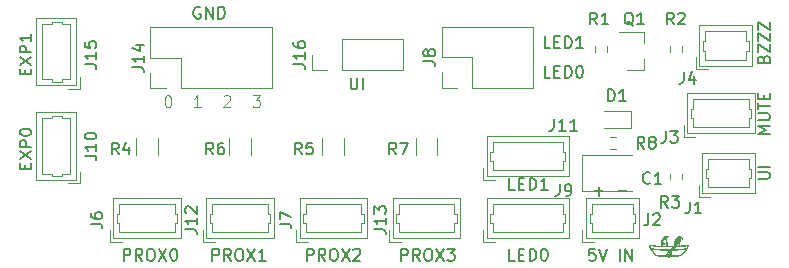
<source format=gto>
%TF.GenerationSoftware,KiCad,Pcbnew,5.1.10-88a1d61d58~88~ubuntu20.04.1*%
%TF.CreationDate,2021-05-10T23:55:53-04:00*%
%TF.ProjectId,reminder-mainboard,72656d69-6e64-4657-922d-6d61696e626f,rev?*%
%TF.SameCoordinates,Original*%
%TF.FileFunction,Legend,Top*%
%TF.FilePolarity,Positive*%
%FSLAX46Y46*%
G04 Gerber Fmt 4.6, Leading zero omitted, Abs format (unit mm)*
G04 Created by KiCad (PCBNEW 5.1.10-88a1d61d58~88~ubuntu20.04.1) date 2021-05-10 23:55:53*
%MOMM*%
%LPD*%
G01*
G04 APERTURE LIST*
%ADD10C,0.150000*%
%ADD11C,0.100000*%
%ADD12C,0.010000*%
%ADD13C,0.120000*%
%ADD14C,2.802000*%
%ADD15O,0.902000X1.402000*%
%ADD16O,1.802000X1.802000*%
%ADD17O,1.402000X0.902000*%
G04 APERTURE END LIST*
D10*
X183928571Y-100357142D02*
X183976190Y-100214285D01*
X184023809Y-100166666D01*
X184119047Y-100119047D01*
X184261904Y-100119047D01*
X184357142Y-100166666D01*
X184404761Y-100214285D01*
X184452380Y-100309523D01*
X184452380Y-100690476D01*
X183452380Y-100690476D01*
X183452380Y-100357142D01*
X183500000Y-100261904D01*
X183547619Y-100214285D01*
X183642857Y-100166666D01*
X183738095Y-100166666D01*
X183833333Y-100214285D01*
X183880952Y-100261904D01*
X183928571Y-100357142D01*
X183928571Y-100690476D01*
X183452380Y-99785714D02*
X183452380Y-99119047D01*
X184452380Y-99785714D01*
X184452380Y-99119047D01*
X183452380Y-98833333D02*
X183452380Y-98166666D01*
X184452380Y-98833333D01*
X184452380Y-98166666D01*
X183452380Y-97880952D02*
X183452380Y-97214285D01*
X184452380Y-97880952D01*
X184452380Y-97214285D01*
X184452380Y-106690476D02*
X183452380Y-106690476D01*
X184166666Y-106357142D01*
X183452380Y-106023809D01*
X184452380Y-106023809D01*
X183452380Y-105547619D02*
X184261904Y-105547619D01*
X184357142Y-105500000D01*
X184404761Y-105452380D01*
X184452380Y-105357142D01*
X184452380Y-105166666D01*
X184404761Y-105071428D01*
X184357142Y-105023809D01*
X184261904Y-104976190D01*
X183452380Y-104976190D01*
X183452380Y-104642857D02*
X183452380Y-104071428D01*
X184452380Y-104357142D02*
X183452380Y-104357142D01*
X183928571Y-103738095D02*
X183928571Y-103404761D01*
X184452380Y-103261904D02*
X184452380Y-103738095D01*
X183452380Y-103738095D01*
X183452380Y-103261904D01*
X183452380Y-110523809D02*
X184261904Y-110523809D01*
X184357142Y-110476190D01*
X184404761Y-110428571D01*
X184452380Y-110333333D01*
X184452380Y-110142857D01*
X184404761Y-110047619D01*
X184357142Y-110000000D01*
X184261904Y-109952380D01*
X183452380Y-109952380D01*
X184452380Y-109476190D02*
X183452380Y-109476190D01*
X121428571Y-101666666D02*
X121428571Y-101333333D01*
X121952380Y-101190476D02*
X121952380Y-101666666D01*
X120952380Y-101666666D01*
X120952380Y-101190476D01*
X120952380Y-100857142D02*
X121952380Y-100190476D01*
X120952380Y-100190476D02*
X121952380Y-100857142D01*
X121952380Y-99809523D02*
X120952380Y-99809523D01*
X120952380Y-99428571D01*
X121000000Y-99333333D01*
X121047619Y-99285714D01*
X121142857Y-99238095D01*
X121285714Y-99238095D01*
X121380952Y-99285714D01*
X121428571Y-99333333D01*
X121476190Y-99428571D01*
X121476190Y-99809523D01*
X121952380Y-98285714D02*
X121952380Y-98857142D01*
X121952380Y-98571428D02*
X120952380Y-98571428D01*
X121095238Y-98666666D01*
X121190476Y-98761904D01*
X121238095Y-98857142D01*
X121428571Y-109666666D02*
X121428571Y-109333333D01*
X121952380Y-109190476D02*
X121952380Y-109666666D01*
X120952380Y-109666666D01*
X120952380Y-109190476D01*
X120952380Y-108857142D02*
X121952380Y-108190476D01*
X120952380Y-108190476D02*
X121952380Y-108857142D01*
X121952380Y-107809523D02*
X120952380Y-107809523D01*
X120952380Y-107428571D01*
X121000000Y-107333333D01*
X121047619Y-107285714D01*
X121142857Y-107238095D01*
X121285714Y-107238095D01*
X121380952Y-107285714D01*
X121428571Y-107333333D01*
X121476190Y-107428571D01*
X121476190Y-107809523D01*
X120952380Y-106619047D02*
X120952380Y-106523809D01*
X121000000Y-106428571D01*
X121047619Y-106380952D01*
X121142857Y-106333333D01*
X121333333Y-106285714D01*
X121571428Y-106285714D01*
X121761904Y-106333333D01*
X121857142Y-106380952D01*
X121904761Y-106428571D01*
X121952380Y-106523809D01*
X121952380Y-106619047D01*
X121904761Y-106714285D01*
X121857142Y-106761904D01*
X121761904Y-106809523D01*
X121571428Y-106857142D01*
X121333333Y-106857142D01*
X121142857Y-106809523D01*
X121047619Y-106761904D01*
X121000000Y-106714285D01*
X120952380Y-106619047D01*
X129761904Y-117452380D02*
X129761904Y-116452380D01*
X130142857Y-116452380D01*
X130238095Y-116500000D01*
X130285714Y-116547619D01*
X130333333Y-116642857D01*
X130333333Y-116785714D01*
X130285714Y-116880952D01*
X130238095Y-116928571D01*
X130142857Y-116976190D01*
X129761904Y-116976190D01*
X131333333Y-117452380D02*
X131000000Y-116976190D01*
X130761904Y-117452380D02*
X130761904Y-116452380D01*
X131142857Y-116452380D01*
X131238095Y-116500000D01*
X131285714Y-116547619D01*
X131333333Y-116642857D01*
X131333333Y-116785714D01*
X131285714Y-116880952D01*
X131238095Y-116928571D01*
X131142857Y-116976190D01*
X130761904Y-116976190D01*
X131952380Y-116452380D02*
X132142857Y-116452380D01*
X132238095Y-116500000D01*
X132333333Y-116595238D01*
X132380952Y-116785714D01*
X132380952Y-117119047D01*
X132333333Y-117309523D01*
X132238095Y-117404761D01*
X132142857Y-117452380D01*
X131952380Y-117452380D01*
X131857142Y-117404761D01*
X131761904Y-117309523D01*
X131714285Y-117119047D01*
X131714285Y-116785714D01*
X131761904Y-116595238D01*
X131857142Y-116500000D01*
X131952380Y-116452380D01*
X132714285Y-116452380D02*
X133380952Y-117452380D01*
X133380952Y-116452380D02*
X132714285Y-117452380D01*
X133952380Y-116452380D02*
X134047619Y-116452380D01*
X134142857Y-116500000D01*
X134190476Y-116547619D01*
X134238095Y-116642857D01*
X134285714Y-116833333D01*
X134285714Y-117071428D01*
X134238095Y-117261904D01*
X134190476Y-117357142D01*
X134142857Y-117404761D01*
X134047619Y-117452380D01*
X133952380Y-117452380D01*
X133857142Y-117404761D01*
X133809523Y-117357142D01*
X133761904Y-117261904D01*
X133714285Y-117071428D01*
X133714285Y-116833333D01*
X133761904Y-116642857D01*
X133809523Y-116547619D01*
X133857142Y-116500000D01*
X133952380Y-116452380D01*
X137261904Y-117452380D02*
X137261904Y-116452380D01*
X137642857Y-116452380D01*
X137738095Y-116500000D01*
X137785714Y-116547619D01*
X137833333Y-116642857D01*
X137833333Y-116785714D01*
X137785714Y-116880952D01*
X137738095Y-116928571D01*
X137642857Y-116976190D01*
X137261904Y-116976190D01*
X138833333Y-117452380D02*
X138500000Y-116976190D01*
X138261904Y-117452380D02*
X138261904Y-116452380D01*
X138642857Y-116452380D01*
X138738095Y-116500000D01*
X138785714Y-116547619D01*
X138833333Y-116642857D01*
X138833333Y-116785714D01*
X138785714Y-116880952D01*
X138738095Y-116928571D01*
X138642857Y-116976190D01*
X138261904Y-116976190D01*
X139452380Y-116452380D02*
X139642857Y-116452380D01*
X139738095Y-116500000D01*
X139833333Y-116595238D01*
X139880952Y-116785714D01*
X139880952Y-117119047D01*
X139833333Y-117309523D01*
X139738095Y-117404761D01*
X139642857Y-117452380D01*
X139452380Y-117452380D01*
X139357142Y-117404761D01*
X139261904Y-117309523D01*
X139214285Y-117119047D01*
X139214285Y-116785714D01*
X139261904Y-116595238D01*
X139357142Y-116500000D01*
X139452380Y-116452380D01*
X140214285Y-116452380D02*
X140880952Y-117452380D01*
X140880952Y-116452380D02*
X140214285Y-117452380D01*
X141785714Y-117452380D02*
X141214285Y-117452380D01*
X141500000Y-117452380D02*
X141500000Y-116452380D01*
X141404761Y-116595238D01*
X141309523Y-116690476D01*
X141214285Y-116738095D01*
X145261904Y-117452380D02*
X145261904Y-116452380D01*
X145642857Y-116452380D01*
X145738095Y-116500000D01*
X145785714Y-116547619D01*
X145833333Y-116642857D01*
X145833333Y-116785714D01*
X145785714Y-116880952D01*
X145738095Y-116928571D01*
X145642857Y-116976190D01*
X145261904Y-116976190D01*
X146833333Y-117452380D02*
X146500000Y-116976190D01*
X146261904Y-117452380D02*
X146261904Y-116452380D01*
X146642857Y-116452380D01*
X146738095Y-116500000D01*
X146785714Y-116547619D01*
X146833333Y-116642857D01*
X146833333Y-116785714D01*
X146785714Y-116880952D01*
X146738095Y-116928571D01*
X146642857Y-116976190D01*
X146261904Y-116976190D01*
X147452380Y-116452380D02*
X147642857Y-116452380D01*
X147738095Y-116500000D01*
X147833333Y-116595238D01*
X147880952Y-116785714D01*
X147880952Y-117119047D01*
X147833333Y-117309523D01*
X147738095Y-117404761D01*
X147642857Y-117452380D01*
X147452380Y-117452380D01*
X147357142Y-117404761D01*
X147261904Y-117309523D01*
X147214285Y-117119047D01*
X147214285Y-116785714D01*
X147261904Y-116595238D01*
X147357142Y-116500000D01*
X147452380Y-116452380D01*
X148214285Y-116452380D02*
X148880952Y-117452380D01*
X148880952Y-116452380D02*
X148214285Y-117452380D01*
X149214285Y-116547619D02*
X149261904Y-116500000D01*
X149357142Y-116452380D01*
X149595238Y-116452380D01*
X149690476Y-116500000D01*
X149738095Y-116547619D01*
X149785714Y-116642857D01*
X149785714Y-116738095D01*
X149738095Y-116880952D01*
X149166666Y-117452380D01*
X149785714Y-117452380D01*
X153261904Y-117452380D02*
X153261904Y-116452380D01*
X153642857Y-116452380D01*
X153738095Y-116500000D01*
X153785714Y-116547619D01*
X153833333Y-116642857D01*
X153833333Y-116785714D01*
X153785714Y-116880952D01*
X153738095Y-116928571D01*
X153642857Y-116976190D01*
X153261904Y-116976190D01*
X154833333Y-117452380D02*
X154500000Y-116976190D01*
X154261904Y-117452380D02*
X154261904Y-116452380D01*
X154642857Y-116452380D01*
X154738095Y-116500000D01*
X154785714Y-116547619D01*
X154833333Y-116642857D01*
X154833333Y-116785714D01*
X154785714Y-116880952D01*
X154738095Y-116928571D01*
X154642857Y-116976190D01*
X154261904Y-116976190D01*
X155452380Y-116452380D02*
X155642857Y-116452380D01*
X155738095Y-116500000D01*
X155833333Y-116595238D01*
X155880952Y-116785714D01*
X155880952Y-117119047D01*
X155833333Y-117309523D01*
X155738095Y-117404761D01*
X155642857Y-117452380D01*
X155452380Y-117452380D01*
X155357142Y-117404761D01*
X155261904Y-117309523D01*
X155214285Y-117119047D01*
X155214285Y-116785714D01*
X155261904Y-116595238D01*
X155357142Y-116500000D01*
X155452380Y-116452380D01*
X156214285Y-116452380D02*
X156880952Y-117452380D01*
X156880952Y-116452380D02*
X156214285Y-117452380D01*
X157166666Y-116452380D02*
X157785714Y-116452380D01*
X157452380Y-116833333D01*
X157595238Y-116833333D01*
X157690476Y-116880952D01*
X157738095Y-116928571D01*
X157785714Y-117023809D01*
X157785714Y-117261904D01*
X157738095Y-117357142D01*
X157690476Y-117404761D01*
X157595238Y-117452380D01*
X157309523Y-117452380D01*
X157214285Y-117404761D01*
X157166666Y-117357142D01*
X169619047Y-111571428D02*
X170380952Y-111571428D01*
X170000000Y-111952380D02*
X170000000Y-111190476D01*
X171619047Y-111571428D02*
X172380952Y-111571428D01*
X169666666Y-116452380D02*
X169190476Y-116452380D01*
X169142857Y-116928571D01*
X169190476Y-116880952D01*
X169285714Y-116833333D01*
X169523809Y-116833333D01*
X169619047Y-116880952D01*
X169666666Y-116928571D01*
X169714285Y-117023809D01*
X169714285Y-117261904D01*
X169666666Y-117357142D01*
X169619047Y-117404761D01*
X169523809Y-117452380D01*
X169285714Y-117452380D01*
X169190476Y-117404761D01*
X169142857Y-117357142D01*
X170000000Y-116452380D02*
X170333333Y-117452380D01*
X170666666Y-116452380D01*
X171761904Y-117452380D02*
X171761904Y-116452380D01*
X172238095Y-117452380D02*
X172238095Y-116452380D01*
X172809523Y-117452380D01*
X172809523Y-116452380D01*
X162880952Y-117452380D02*
X162404761Y-117452380D01*
X162404761Y-116452380D01*
X163214285Y-116928571D02*
X163547619Y-116928571D01*
X163690476Y-117452380D02*
X163214285Y-117452380D01*
X163214285Y-116452380D01*
X163690476Y-116452380D01*
X164119047Y-117452380D02*
X164119047Y-116452380D01*
X164357142Y-116452380D01*
X164500000Y-116500000D01*
X164595238Y-116595238D01*
X164642857Y-116690476D01*
X164690476Y-116880952D01*
X164690476Y-117023809D01*
X164642857Y-117214285D01*
X164595238Y-117309523D01*
X164500000Y-117404761D01*
X164357142Y-117452380D01*
X164119047Y-117452380D01*
X165309523Y-116452380D02*
X165404761Y-116452380D01*
X165500000Y-116500000D01*
X165547619Y-116547619D01*
X165595238Y-116642857D01*
X165642857Y-116833333D01*
X165642857Y-117071428D01*
X165595238Y-117261904D01*
X165547619Y-117357142D01*
X165500000Y-117404761D01*
X165404761Y-117452380D01*
X165309523Y-117452380D01*
X165214285Y-117404761D01*
X165166666Y-117357142D01*
X165119047Y-117261904D01*
X165071428Y-117071428D01*
X165071428Y-116833333D01*
X165119047Y-116642857D01*
X165166666Y-116547619D01*
X165214285Y-116500000D01*
X165309523Y-116452380D01*
X162880952Y-111452380D02*
X162404761Y-111452380D01*
X162404761Y-110452380D01*
X163214285Y-110928571D02*
X163547619Y-110928571D01*
X163690476Y-111452380D02*
X163214285Y-111452380D01*
X163214285Y-110452380D01*
X163690476Y-110452380D01*
X164119047Y-111452380D02*
X164119047Y-110452380D01*
X164357142Y-110452380D01*
X164500000Y-110500000D01*
X164595238Y-110595238D01*
X164642857Y-110690476D01*
X164690476Y-110880952D01*
X164690476Y-111023809D01*
X164642857Y-111214285D01*
X164595238Y-111309523D01*
X164500000Y-111404761D01*
X164357142Y-111452380D01*
X164119047Y-111452380D01*
X165642857Y-111452380D02*
X165071428Y-111452380D01*
X165357142Y-111452380D02*
X165357142Y-110452380D01*
X165261904Y-110595238D01*
X165166666Y-110690476D01*
X165071428Y-110738095D01*
X165880952Y-101952380D02*
X165404761Y-101952380D01*
X165404761Y-100952380D01*
X166214285Y-101428571D02*
X166547619Y-101428571D01*
X166690476Y-101952380D02*
X166214285Y-101952380D01*
X166214285Y-100952380D01*
X166690476Y-100952380D01*
X167119047Y-101952380D02*
X167119047Y-100952380D01*
X167357142Y-100952380D01*
X167500000Y-101000000D01*
X167595238Y-101095238D01*
X167642857Y-101190476D01*
X167690476Y-101380952D01*
X167690476Y-101523809D01*
X167642857Y-101714285D01*
X167595238Y-101809523D01*
X167500000Y-101904761D01*
X167357142Y-101952380D01*
X167119047Y-101952380D01*
X168309523Y-100952380D02*
X168404761Y-100952380D01*
X168500000Y-101000000D01*
X168547619Y-101047619D01*
X168595238Y-101142857D01*
X168642857Y-101333333D01*
X168642857Y-101571428D01*
X168595238Y-101761904D01*
X168547619Y-101857142D01*
X168500000Y-101904761D01*
X168404761Y-101952380D01*
X168309523Y-101952380D01*
X168214285Y-101904761D01*
X168166666Y-101857142D01*
X168119047Y-101761904D01*
X168071428Y-101571428D01*
X168071428Y-101333333D01*
X168119047Y-101142857D01*
X168166666Y-101047619D01*
X168214285Y-101000000D01*
X168309523Y-100952380D01*
X165880952Y-99452380D02*
X165404761Y-99452380D01*
X165404761Y-98452380D01*
X166214285Y-98928571D02*
X166547619Y-98928571D01*
X166690476Y-99452380D02*
X166214285Y-99452380D01*
X166214285Y-98452380D01*
X166690476Y-98452380D01*
X167119047Y-99452380D02*
X167119047Y-98452380D01*
X167357142Y-98452380D01*
X167500000Y-98500000D01*
X167595238Y-98595238D01*
X167642857Y-98690476D01*
X167690476Y-98880952D01*
X167690476Y-99023809D01*
X167642857Y-99214285D01*
X167595238Y-99309523D01*
X167500000Y-99404761D01*
X167357142Y-99452380D01*
X167119047Y-99452380D01*
X168642857Y-99452380D02*
X168071428Y-99452380D01*
X168357142Y-99452380D02*
X168357142Y-98452380D01*
X168261904Y-98595238D01*
X168166666Y-98690476D01*
X168071428Y-98738095D01*
X148976190Y-101952380D02*
X148976190Y-102761904D01*
X149023809Y-102857142D01*
X149071428Y-102904761D01*
X149166666Y-102952380D01*
X149357142Y-102952380D01*
X149452380Y-102904761D01*
X149500000Y-102857142D01*
X149547619Y-102761904D01*
X149547619Y-101952380D01*
X150023809Y-102952380D02*
X150023809Y-101952380D01*
X136238095Y-96000000D02*
X136142857Y-95952380D01*
X136000000Y-95952380D01*
X135857142Y-96000000D01*
X135761904Y-96095238D01*
X135714285Y-96190476D01*
X135666666Y-96380952D01*
X135666666Y-96523809D01*
X135714285Y-96714285D01*
X135761904Y-96809523D01*
X135857142Y-96904761D01*
X136000000Y-96952380D01*
X136095238Y-96952380D01*
X136238095Y-96904761D01*
X136285714Y-96857142D01*
X136285714Y-96523809D01*
X136095238Y-96523809D01*
X136714285Y-96952380D02*
X136714285Y-95952380D01*
X137285714Y-96952380D01*
X137285714Y-95952380D01*
X137761904Y-96952380D02*
X137761904Y-95952380D01*
X138000000Y-95952380D01*
X138142857Y-96000000D01*
X138238095Y-96095238D01*
X138285714Y-96190476D01*
X138333333Y-96380952D01*
X138333333Y-96523809D01*
X138285714Y-96714285D01*
X138238095Y-96809523D01*
X138142857Y-96904761D01*
X138000000Y-96952380D01*
X137761904Y-96952380D01*
D11*
X140666666Y-103452380D02*
X141285714Y-103452380D01*
X140952380Y-103833333D01*
X141095238Y-103833333D01*
X141190476Y-103880952D01*
X141238095Y-103928571D01*
X141285714Y-104023809D01*
X141285714Y-104261904D01*
X141238095Y-104357142D01*
X141190476Y-104404761D01*
X141095238Y-104452380D01*
X140809523Y-104452380D01*
X140714285Y-104404761D01*
X140666666Y-104357142D01*
X138214285Y-103547619D02*
X138261904Y-103500000D01*
X138357142Y-103452380D01*
X138595238Y-103452380D01*
X138690476Y-103500000D01*
X138738095Y-103547619D01*
X138785714Y-103642857D01*
X138785714Y-103738095D01*
X138738095Y-103880952D01*
X138166666Y-104452380D01*
X138785714Y-104452380D01*
X136285714Y-104452380D02*
X135714285Y-104452380D01*
X136000000Y-104452380D02*
X136000000Y-103452380D01*
X135904761Y-103595238D01*
X135809523Y-103690476D01*
X135714285Y-103738095D01*
X133547619Y-103452380D02*
X133452380Y-103452380D01*
X133357142Y-103500000D01*
X133309523Y-103547619D01*
X133261904Y-103642857D01*
X133214285Y-103833333D01*
X133214285Y-104071428D01*
X133261904Y-104261904D01*
X133309523Y-104357142D01*
X133357142Y-104404761D01*
X133452380Y-104452380D01*
X133547619Y-104452380D01*
X133642857Y-104404761D01*
X133690476Y-104357142D01*
X133738095Y-104261904D01*
X133785714Y-104071428D01*
X133785714Y-103833333D01*
X133738095Y-103642857D01*
X133690476Y-103547619D01*
X133642857Y-103500000D01*
X133547619Y-103452380D01*
D12*
G36*
X176831311Y-115376726D02*
G01*
X176836725Y-115379402D01*
X176866319Y-115399112D01*
X176895381Y-115425788D01*
X176918756Y-115453812D01*
X176931288Y-115477569D01*
X176932166Y-115483361D01*
X176940457Y-115494826D01*
X176962083Y-115512962D01*
X176989207Y-115531754D01*
X177027197Y-115557647D01*
X177049977Y-115576665D01*
X177056625Y-115587728D01*
X177046218Y-115589753D01*
X177037009Y-115587774D01*
X176965177Y-115570645D01*
X176912482Y-115562266D01*
X176878797Y-115562617D01*
X176876428Y-115563142D01*
X176849378Y-115580242D01*
X176833254Y-115614424D01*
X176828508Y-115664374D01*
X176830700Y-115696270D01*
X176833240Y-115736519D01*
X176830238Y-115760531D01*
X176826758Y-115765528D01*
X176818477Y-115780191D01*
X176815566Y-115800812D01*
X176812352Y-115834113D01*
X176803601Y-115883529D01*
X176790187Y-115945003D01*
X176772984Y-116014478D01*
X176756312Y-116075817D01*
X176744798Y-116118198D01*
X176736464Y-116152180D01*
X176732384Y-116173187D01*
X176732429Y-116177663D01*
X176744781Y-116178562D01*
X176775349Y-116177366D01*
X176821314Y-116174345D01*
X176879858Y-116169770D01*
X176948162Y-116163911D01*
X177023407Y-116157038D01*
X177102774Y-116149421D01*
X177183446Y-116141331D01*
X177262604Y-116133038D01*
X177337429Y-116124812D01*
X177405102Y-116116923D01*
X177462806Y-116109643D01*
X177506312Y-116103459D01*
X177532337Y-116100849D01*
X177543621Y-116105477D01*
X177546000Y-116118772D01*
X177541350Y-116146325D01*
X177528496Y-116188368D01*
X177509081Y-116240653D01*
X177484749Y-116298932D01*
X177457141Y-116358959D01*
X177438942Y-116395500D01*
X177379437Y-116498940D01*
X177304856Y-116608782D01*
X177218433Y-116720807D01*
X177123401Y-116830797D01*
X177034010Y-116923748D01*
X176965152Y-116991622D01*
X176781972Y-117010929D01*
X176717694Y-117016711D01*
X176638007Y-117022327D01*
X176548667Y-117027464D01*
X176455432Y-117031808D01*
X176364056Y-117035044D01*
X176318333Y-117036204D01*
X176241693Y-117037990D01*
X176170602Y-117039940D01*
X176108243Y-117041943D01*
X176057799Y-117043889D01*
X176022452Y-117045667D01*
X176006125Y-117047041D01*
X175973957Y-117061558D01*
X175950465Y-117088830D01*
X175931301Y-117111986D01*
X175912704Y-117124649D01*
X175908131Y-117125471D01*
X175890659Y-117120577D01*
X175860344Y-117107801D01*
X175822825Y-117089586D01*
X175810463Y-117083138D01*
X175731217Y-117041083D01*
X175558446Y-117041083D01*
X175391396Y-117037827D01*
X175208674Y-117027985D01*
X175008407Y-117011448D01*
X174938786Y-117004568D01*
X174802781Y-116990626D01*
X174744620Y-116933834D01*
X174659779Y-116845891D01*
X174575582Y-116749131D01*
X174495353Y-116647931D01*
X174422418Y-116546665D01*
X174360101Y-116449709D01*
X174343692Y-116420040D01*
X174385264Y-116420040D01*
X174388590Y-116430583D01*
X174402266Y-116454758D01*
X174424020Y-116489209D01*
X174451577Y-116530578D01*
X174482664Y-116575507D01*
X174515009Y-116620639D01*
X174546338Y-116662616D01*
X174569275Y-116691833D01*
X174603642Y-116732067D01*
X174647459Y-116780188D01*
X174694666Y-116829676D01*
X174732459Y-116867484D01*
X174831375Y-116963760D01*
X174979541Y-116977437D01*
X175085888Y-116986945D01*
X175176501Y-116994254D01*
X175256666Y-116999658D01*
X175331670Y-117003452D01*
X175406798Y-117005929D01*
X175487336Y-117007386D01*
X175524013Y-117007763D01*
X175708652Y-117009333D01*
X175673638Y-116973208D01*
X175653769Y-116949821D01*
X175643345Y-116931930D01*
X175683333Y-116931930D01*
X175691774Y-116948542D01*
X175714252Y-116972565D01*
X175746493Y-117000784D01*
X175784228Y-117029983D01*
X175823185Y-117056949D01*
X175859093Y-117078468D01*
X175887680Y-117091324D01*
X175898022Y-117093507D01*
X175906451Y-117085294D01*
X175924024Y-117062370D01*
X175948490Y-117027861D01*
X175964572Y-117004114D01*
X176011416Y-117004114D01*
X176021439Y-117006368D01*
X176049291Y-117007929D01*
X176091648Y-117008830D01*
X176145185Y-117009105D01*
X176206577Y-117008789D01*
X176272499Y-117007915D01*
X176339627Y-117006517D01*
X176404636Y-117004630D01*
X176464200Y-117002288D01*
X176514996Y-116999524D01*
X176524708Y-116998860D01*
X176594657Y-116993630D01*
X176674297Y-116987331D01*
X176752245Y-116980880D01*
X176799875Y-116976748D01*
X176937458Y-116964491D01*
X177064782Y-116836099D01*
X177144509Y-116752156D01*
X177217595Y-116668246D01*
X177281301Y-116587783D01*
X177332885Y-116514182D01*
X177361434Y-116466526D01*
X177390309Y-116413472D01*
X177344978Y-116420720D01*
X177239141Y-116436220D01*
X177116559Y-116451734D01*
X176981649Y-116466833D01*
X176838827Y-116481087D01*
X176692511Y-116494070D01*
X176547117Y-116505350D01*
X176407061Y-116514500D01*
X176343233Y-116517999D01*
X176204092Y-116525095D01*
X176106666Y-116657783D01*
X176106666Y-116751811D01*
X176106258Y-116797363D01*
X176103631Y-116829282D01*
X176096682Y-116855100D01*
X176083307Y-116882352D01*
X176061403Y-116918570D01*
X176059041Y-116922367D01*
X176037430Y-116957665D01*
X176020940Y-116985689D01*
X176012177Y-117001962D01*
X176011416Y-117004114D01*
X175964572Y-117004114D01*
X175977593Y-116984889D01*
X175990626Y-116965117D01*
X176074916Y-116836235D01*
X176074916Y-116753451D01*
X176074280Y-116714615D01*
X176072594Y-116685547D01*
X176070187Y-116671313D01*
X176069512Y-116670666D01*
X176061782Y-116678755D01*
X176043695Y-116701189D01*
X176017380Y-116735224D01*
X175984964Y-116778112D01*
X175954544Y-116819017D01*
X175912202Y-116875482D01*
X175880347Y-116915814D01*
X175857683Y-116941466D01*
X175842915Y-116953889D01*
X175834749Y-116954537D01*
X175834200Y-116953955D01*
X175833709Y-116943449D01*
X175842800Y-116923093D01*
X175862501Y-116891192D01*
X175893843Y-116846050D01*
X175928298Y-116798844D01*
X175962782Y-116751582D01*
X175991890Y-116710397D01*
X176013651Y-116678183D01*
X176026096Y-116657835D01*
X176028150Y-116652122D01*
X176016331Y-116652525D01*
X175989817Y-116658248D01*
X175954049Y-116668090D01*
X175949334Y-116669509D01*
X175919884Y-116678817D01*
X175897070Y-116688083D01*
X175877201Y-116700300D01*
X175856584Y-116718460D01*
X175831526Y-116745557D01*
X175798335Y-116784584D01*
X175779439Y-116807223D01*
X175744934Y-116849249D01*
X175715922Y-116885787D01*
X175694850Y-116913662D01*
X175684165Y-116929695D01*
X175683333Y-116931930D01*
X175643345Y-116931930D01*
X175643062Y-116931446D01*
X175642458Y-116926068D01*
X175650234Y-116914455D01*
X175669149Y-116889688D01*
X175696772Y-116854857D01*
X175730667Y-116813050D01*
X175750535Y-116788888D01*
X175854780Y-116662722D01*
X175946881Y-116635082D01*
X175963768Y-116629589D01*
X176074345Y-116629589D01*
X176081808Y-116624568D01*
X176099556Y-116604365D01*
X176128078Y-116568395D01*
X176167860Y-116516075D01*
X176196611Y-116477520D01*
X176240278Y-116477520D01*
X176242064Y-116483903D01*
X176257046Y-116488138D01*
X176286377Y-116490201D01*
X176331209Y-116490070D01*
X176392698Y-116487722D01*
X176471996Y-116483134D01*
X176570256Y-116476284D01*
X176663500Y-116469142D01*
X176746119Y-116462211D01*
X176835313Y-116454004D01*
X176927801Y-116444886D01*
X177020296Y-116435225D01*
X177109514Y-116425386D01*
X177192172Y-116415736D01*
X177264985Y-116406642D01*
X177324669Y-116398469D01*
X177367938Y-116391585D01*
X177380517Y-116389147D01*
X177396612Y-116383170D01*
X177410867Y-116370289D01*
X177426237Y-116346604D01*
X177445679Y-116308213D01*
X177452037Y-116294763D01*
X177471372Y-116251467D01*
X177487510Y-116211602D01*
X177497871Y-116181682D01*
X177499780Y-116174160D01*
X177502537Y-116151574D01*
X177494940Y-116142892D01*
X177475885Y-116141579D01*
X177448605Y-116143326D01*
X177410386Y-116147744D01*
X177381958Y-116151916D01*
X177326039Y-116159842D01*
X177252918Y-116168519D01*
X177166533Y-116177591D01*
X177070819Y-116186701D01*
X176969713Y-116195493D01*
X176867151Y-116203611D01*
X176767070Y-116210698D01*
X176673406Y-116216398D01*
X176664192Y-116216897D01*
X176422676Y-116229801D01*
X176335408Y-116347046D01*
X176302948Y-116390842D01*
X176274769Y-116429210D01*
X176253441Y-116458624D01*
X176241535Y-116475559D01*
X176240278Y-116477520D01*
X176196611Y-116477520D01*
X176204503Y-116466937D01*
X176255403Y-116398211D01*
X176294975Y-116344533D01*
X176324550Y-116303984D01*
X176345456Y-116274647D01*
X176359024Y-116254605D01*
X176366583Y-116241940D01*
X176369464Y-116234735D01*
X176368996Y-116231071D01*
X176368493Y-116230465D01*
X176361484Y-116237405D01*
X176344160Y-116258577D01*
X176318672Y-116291107D01*
X176287174Y-116332122D01*
X176251817Y-116378750D01*
X176214755Y-116428117D01*
X176178139Y-116477350D01*
X176144122Y-116523575D01*
X176114856Y-116563920D01*
X176092494Y-116595511D01*
X176079187Y-116615475D01*
X176076680Y-116620010D01*
X176074345Y-116629589D01*
X175963768Y-116629589D01*
X175995151Y-116619381D01*
X176027694Y-116605239D01*
X176049535Y-116590046D01*
X176063173Y-116574722D01*
X176077370Y-116552598D01*
X176082583Y-116538291D01*
X176082005Y-116536643D01*
X176070575Y-116535204D01*
X176040328Y-116533420D01*
X175993606Y-116531376D01*
X175932755Y-116529157D01*
X175860118Y-116526847D01*
X175778040Y-116524531D01*
X175688865Y-116522293D01*
X175676260Y-116521998D01*
X175530492Y-116518290D01*
X175401918Y-116514193D01*
X175286566Y-116509416D01*
X175180464Y-116503666D01*
X175079640Y-116496654D01*
X174980122Y-116488087D01*
X174877936Y-116477674D01*
X174769112Y-116465124D01*
X174649677Y-116450145D01*
X174589233Y-116442247D01*
X174526755Y-116434238D01*
X174471826Y-116427645D01*
X174427751Y-116422828D01*
X174397835Y-116420148D01*
X174385384Y-116419964D01*
X174385264Y-116420040D01*
X174343692Y-116420040D01*
X174315485Y-116369041D01*
X174287296Y-116309317D01*
X174263183Y-116251701D01*
X174244087Y-116199205D01*
X174232196Y-116159069D01*
X174267507Y-116159069D01*
X174270140Y-116170604D01*
X174282257Y-116209629D01*
X174299595Y-116253696D01*
X174319771Y-116297962D01*
X174340406Y-116337585D01*
X174359117Y-116367722D01*
X174373523Y-116383530D01*
X174375281Y-116384410D01*
X174394228Y-116388734D01*
X174431246Y-116394785D01*
X174483345Y-116402205D01*
X174547531Y-116410635D01*
X174620813Y-116419717D01*
X174700200Y-116429091D01*
X174782698Y-116438400D01*
X174865317Y-116447285D01*
X174945064Y-116455387D01*
X175018947Y-116462346D01*
X175043041Y-116464461D01*
X175203222Y-116477091D01*
X175355467Y-116486615D01*
X175506954Y-116493349D01*
X175664861Y-116497610D01*
X175836368Y-116499713D01*
X175844213Y-116499760D01*
X176116218Y-116501333D01*
X176308436Y-116242041D01*
X176072614Y-116239717D01*
X175822367Y-116236478D01*
X175591941Y-116231856D01*
X175380029Y-116225787D01*
X175185326Y-116218209D01*
X175006526Y-116209058D01*
X174842324Y-116198271D01*
X174691415Y-116185784D01*
X174552492Y-116171535D01*
X174476833Y-116162430D01*
X174404458Y-116153261D01*
X174350520Y-116146818D01*
X174312450Y-116143205D01*
X174287681Y-116142522D01*
X174273646Y-116144870D01*
X174267777Y-116150352D01*
X174267507Y-116159069D01*
X174232196Y-116159069D01*
X174230943Y-116154842D01*
X174224690Y-116121622D01*
X174226266Y-116102558D01*
X174231443Y-116099166D01*
X174244805Y-116100482D01*
X174274610Y-116104055D01*
X174316322Y-116109327D01*
X174361089Y-116115166D01*
X174423757Y-116122923D01*
X174499326Y-116131420D01*
X174584586Y-116140373D01*
X174676329Y-116149495D01*
X174771349Y-116158500D01*
X174866436Y-116167101D01*
X174958383Y-116175012D01*
X175043982Y-116181948D01*
X175120024Y-116187623D01*
X175183302Y-116191748D01*
X175230607Y-116194040D01*
X175249476Y-116194416D01*
X175249583Y-116193403D01*
X175324954Y-116193403D01*
X175385081Y-116197884D01*
X175422346Y-116199652D01*
X175468719Y-116200383D01*
X175519572Y-116200191D01*
X175570279Y-116199186D01*
X175616211Y-116197481D01*
X175652741Y-116195188D01*
X175675242Y-116192418D01*
X175679937Y-116190756D01*
X175683420Y-116177870D01*
X175686560Y-116149746D01*
X175689193Y-116111387D01*
X175691154Y-116067795D01*
X175692280Y-116023973D01*
X175692407Y-115984923D01*
X175691372Y-115955647D01*
X175689010Y-115941148D01*
X175688137Y-115940416D01*
X175675032Y-115947009D01*
X175655437Y-115962936D01*
X175654757Y-115963572D01*
X175632819Y-115979212D01*
X175611187Y-115979624D01*
X175602023Y-115976801D01*
X175576728Y-115963516D01*
X175572248Y-115948356D01*
X175588584Y-115930507D01*
X175601949Y-115921837D01*
X175633834Y-115893862D01*
X175660759Y-115853324D01*
X175661912Y-115850982D01*
X175675635Y-115819423D01*
X175680672Y-115794043D01*
X175678222Y-115764359D01*
X175674253Y-115743069D01*
X175662116Y-115691141D01*
X175649049Y-115656822D01*
X175632766Y-115636597D01*
X175610982Y-115626953D01*
X175597509Y-115625016D01*
X175565307Y-115616486D01*
X175531872Y-115594282D01*
X175514012Y-115578153D01*
X175468562Y-115534481D01*
X175448856Y-115558817D01*
X175437619Y-115579305D01*
X175422407Y-115616479D01*
X175404554Y-115666531D01*
X175385389Y-115725656D01*
X175366243Y-115790047D01*
X175359275Y-115815012D01*
X175363608Y-115831518D01*
X175379498Y-115857769D01*
X175402996Y-115889096D01*
X175430156Y-115920835D01*
X175457030Y-115948318D01*
X175479671Y-115966878D01*
X175492200Y-115972166D01*
X175517378Y-115980212D01*
X175529562Y-116000016D01*
X175525439Y-116023484D01*
X175510822Y-116042442D01*
X175500892Y-116049244D01*
X175477529Y-116048447D01*
X175444904Y-116035882D01*
X175408968Y-116014494D01*
X175375671Y-115987232D01*
X175375651Y-115987213D01*
X175337845Y-115950377D01*
X175342544Y-116039919D01*
X175343438Y-116085698D01*
X175341608Y-116127124D01*
X175337450Y-116156757D01*
X175336099Y-116161432D01*
X175324954Y-116193403D01*
X175249583Y-116193403D01*
X175250518Y-116184563D01*
X175249296Y-116157621D01*
X175246080Y-116117515D01*
X175241142Y-116068172D01*
X175240187Y-116059479D01*
X175231799Y-115948658D01*
X175233382Y-115855656D01*
X175245021Y-115779575D01*
X175266805Y-115719517D01*
X175274386Y-115706014D01*
X175311951Y-115645564D01*
X175349425Y-115586703D01*
X175384612Y-115532754D01*
X175415319Y-115487036D01*
X175439351Y-115452872D01*
X175454183Y-115433939D01*
X175479326Y-115411560D01*
X175507247Y-115399952D01*
X175544242Y-115397493D01*
X175582791Y-115400804D01*
X175635167Y-115403482D01*
X175674803Y-115396610D01*
X175681979Y-115393963D01*
X175715744Y-115384912D01*
X175755839Y-115380199D01*
X175766646Y-115379992D01*
X175815625Y-115380485D01*
X175767455Y-115405585D01*
X175722986Y-115433750D01*
X175684174Y-115467430D01*
X175655955Y-115501768D01*
X175644237Y-115526790D01*
X175644740Y-115552308D01*
X175654136Y-115594211D01*
X175671852Y-115649952D01*
X175672093Y-115650638D01*
X175687334Y-115696983D01*
X175698224Y-115739079D01*
X175705948Y-115783516D01*
X175711688Y-115836882D01*
X175715925Y-115894711D01*
X175719032Y-115956497D01*
X175720629Y-116018542D01*
X175720629Y-116073884D01*
X175718941Y-116115561D01*
X175718766Y-116117687D01*
X175712163Y-116194416D01*
X176306453Y-116194416D01*
X176307381Y-116186479D01*
X176456524Y-116186479D01*
X176466314Y-116191995D01*
X176496397Y-116194064D01*
X176546184Y-116192684D01*
X176615082Y-116187848D01*
X176617184Y-116187671D01*
X176696978Y-116180926D01*
X176713995Y-116116234D01*
X176722677Y-116082066D01*
X176733167Y-116039076D01*
X176744341Y-115992098D01*
X176755075Y-115945967D01*
X176764245Y-115905515D01*
X176770728Y-115875577D01*
X176773401Y-115860986D01*
X176773416Y-115860631D01*
X176764701Y-115856389D01*
X176756218Y-115855750D01*
X176744904Y-115851347D01*
X176743599Y-115834643D01*
X176745628Y-115822709D01*
X176748688Y-115801338D01*
X176744623Y-115797038D01*
X176737553Y-115801855D01*
X176728358Y-115818065D01*
X176730139Y-115845903D01*
X176731443Y-115852054D01*
X176736597Y-115888795D01*
X176730228Y-115909655D01*
X176710481Y-115917582D01*
X176690453Y-115917273D01*
X176675707Y-115916583D01*
X176663061Y-115919054D01*
X176649953Y-115927123D01*
X176633821Y-115943229D01*
X176612102Y-115969807D01*
X176582234Y-116009296D01*
X176554867Y-116046250D01*
X176521233Y-116092211D01*
X176492519Y-116132279D01*
X176470905Y-116163347D01*
X176458568Y-116182308D01*
X176456524Y-116186479D01*
X176307381Y-116186479D01*
X176308071Y-116180590D01*
X176405608Y-116180590D01*
X176409274Y-116181149D01*
X176410229Y-116180591D01*
X176420296Y-116169815D01*
X176440365Y-116144775D01*
X176468156Y-116108443D01*
X176501385Y-116063794D01*
X176530305Y-116024146D01*
X176565039Y-115975513D01*
X176594567Y-115933010D01*
X176616978Y-115899485D01*
X176630360Y-115877787D01*
X176633233Y-115870789D01*
X176625734Y-115877219D01*
X176608104Y-115898001D01*
X176582594Y-115930315D01*
X176551455Y-115971345D01*
X176533269Y-115995893D01*
X176485432Y-116061348D01*
X176449599Y-116111266D01*
X176424919Y-116146927D01*
X176410539Y-116169608D01*
X176405608Y-116180590D01*
X176308071Y-116180590D01*
X176311719Y-116149437D01*
X176314553Y-116121231D01*
X176318357Y-116077864D01*
X176322628Y-116025290D01*
X176323916Y-116008326D01*
X176424491Y-116008326D01*
X176424903Y-116043811D01*
X176426293Y-116068435D01*
X176428368Y-116077237D01*
X176428546Y-116077118D01*
X176436069Y-116067402D01*
X176453638Y-116043843D01*
X176478837Y-116009704D01*
X176509248Y-115968251D01*
X176517923Y-115956386D01*
X176553725Y-115906811D01*
X176576981Y-115871614D01*
X176587798Y-115848204D01*
X176586280Y-115833991D01*
X176572532Y-115826381D01*
X176546660Y-115822784D01*
X176523408Y-115821371D01*
X176472540Y-115818708D01*
X176448678Y-115876916D01*
X176430127Y-115940338D01*
X176424491Y-116008326D01*
X176323916Y-116008326D01*
X176326790Y-115970492D01*
X176331767Y-115910537D01*
X176337302Y-115866034D01*
X176344577Y-115831277D01*
X176354777Y-115800559D01*
X176366914Y-115773003D01*
X176699333Y-115773003D01*
X176705380Y-115777269D01*
X176706789Y-115776375D01*
X176752250Y-115776375D01*
X176757541Y-115781666D01*
X176762833Y-115776375D01*
X176757541Y-115771083D01*
X176752250Y-115776375D01*
X176706789Y-115776375D01*
X176715464Y-115770871D01*
X176726558Y-115757929D01*
X176726751Y-115752640D01*
X176715000Y-115752413D01*
X176702782Y-115763093D01*
X176699333Y-115773003D01*
X176366914Y-115773003D01*
X176368498Y-115769409D01*
X176404322Y-115703741D01*
X176416404Y-115685307D01*
X176571385Y-115685307D01*
X176595671Y-115700443D01*
X176633575Y-115723239D01*
X176657951Y-115735206D01*
X176672634Y-115737624D01*
X176681459Y-115731769D01*
X176682968Y-115729543D01*
X176683444Y-115713639D01*
X176676745Y-115692814D01*
X176673586Y-115674815D01*
X176710737Y-115674815D01*
X176724263Y-115694781D01*
X176742478Y-115711934D01*
X176771320Y-115733221D01*
X176788282Y-115738087D01*
X176794504Y-115726800D01*
X176794583Y-115724178D01*
X176786616Y-115708353D01*
X176767110Y-115689547D01*
X176763845Y-115687137D01*
X176732429Y-115668787D01*
X176714093Y-115665415D01*
X176710737Y-115674815D01*
X176673586Y-115674815D01*
X176671799Y-115664634D01*
X176682899Y-115644495D01*
X176705823Y-115634341D01*
X176736347Y-115636115D01*
X176768497Y-115650592D01*
X176785853Y-115660869D01*
X176793053Y-115657990D01*
X176794568Y-115638418D01*
X176794583Y-115629970D01*
X176804062Y-115587899D01*
X176821311Y-115563417D01*
X176837874Y-115541761D01*
X176844551Y-115525223D01*
X176844292Y-115523184D01*
X176832484Y-115516156D01*
X176806338Y-115510576D01*
X176786022Y-115508599D01*
X176757174Y-115507633D01*
X176736909Y-115510985D01*
X176718830Y-115521838D01*
X176696538Y-115543371D01*
X176679613Y-115561516D01*
X176648739Y-115595390D01*
X176619363Y-115628432D01*
X176599555Y-115651466D01*
X176571385Y-115685307D01*
X176416404Y-115685307D01*
X176450886Y-115632697D01*
X176504343Y-115561111D01*
X176560846Y-115493817D01*
X176616545Y-115435650D01*
X176667593Y-115391445D01*
X176671817Y-115388325D01*
X176721935Y-115363536D01*
X176775160Y-115359666D01*
X176831311Y-115376726D01*
G37*
X176831311Y-115376726D02*
X176836725Y-115379402D01*
X176866319Y-115399112D01*
X176895381Y-115425788D01*
X176918756Y-115453812D01*
X176931288Y-115477569D01*
X176932166Y-115483361D01*
X176940457Y-115494826D01*
X176962083Y-115512962D01*
X176989207Y-115531754D01*
X177027197Y-115557647D01*
X177049977Y-115576665D01*
X177056625Y-115587728D01*
X177046218Y-115589753D01*
X177037009Y-115587774D01*
X176965177Y-115570645D01*
X176912482Y-115562266D01*
X176878797Y-115562617D01*
X176876428Y-115563142D01*
X176849378Y-115580242D01*
X176833254Y-115614424D01*
X176828508Y-115664374D01*
X176830700Y-115696270D01*
X176833240Y-115736519D01*
X176830238Y-115760531D01*
X176826758Y-115765528D01*
X176818477Y-115780191D01*
X176815566Y-115800812D01*
X176812352Y-115834113D01*
X176803601Y-115883529D01*
X176790187Y-115945003D01*
X176772984Y-116014478D01*
X176756312Y-116075817D01*
X176744798Y-116118198D01*
X176736464Y-116152180D01*
X176732384Y-116173187D01*
X176732429Y-116177663D01*
X176744781Y-116178562D01*
X176775349Y-116177366D01*
X176821314Y-116174345D01*
X176879858Y-116169770D01*
X176948162Y-116163911D01*
X177023407Y-116157038D01*
X177102774Y-116149421D01*
X177183446Y-116141331D01*
X177262604Y-116133038D01*
X177337429Y-116124812D01*
X177405102Y-116116923D01*
X177462806Y-116109643D01*
X177506312Y-116103459D01*
X177532337Y-116100849D01*
X177543621Y-116105477D01*
X177546000Y-116118772D01*
X177541350Y-116146325D01*
X177528496Y-116188368D01*
X177509081Y-116240653D01*
X177484749Y-116298932D01*
X177457141Y-116358959D01*
X177438942Y-116395500D01*
X177379437Y-116498940D01*
X177304856Y-116608782D01*
X177218433Y-116720807D01*
X177123401Y-116830797D01*
X177034010Y-116923748D01*
X176965152Y-116991622D01*
X176781972Y-117010929D01*
X176717694Y-117016711D01*
X176638007Y-117022327D01*
X176548667Y-117027464D01*
X176455432Y-117031808D01*
X176364056Y-117035044D01*
X176318333Y-117036204D01*
X176241693Y-117037990D01*
X176170602Y-117039940D01*
X176108243Y-117041943D01*
X176057799Y-117043889D01*
X176022452Y-117045667D01*
X176006125Y-117047041D01*
X175973957Y-117061558D01*
X175950465Y-117088830D01*
X175931301Y-117111986D01*
X175912704Y-117124649D01*
X175908131Y-117125471D01*
X175890659Y-117120577D01*
X175860344Y-117107801D01*
X175822825Y-117089586D01*
X175810463Y-117083138D01*
X175731217Y-117041083D01*
X175558446Y-117041083D01*
X175391396Y-117037827D01*
X175208674Y-117027985D01*
X175008407Y-117011448D01*
X174938786Y-117004568D01*
X174802781Y-116990626D01*
X174744620Y-116933834D01*
X174659779Y-116845891D01*
X174575582Y-116749131D01*
X174495353Y-116647931D01*
X174422418Y-116546665D01*
X174360101Y-116449709D01*
X174343692Y-116420040D01*
X174385264Y-116420040D01*
X174388590Y-116430583D01*
X174402266Y-116454758D01*
X174424020Y-116489209D01*
X174451577Y-116530578D01*
X174482664Y-116575507D01*
X174515009Y-116620639D01*
X174546338Y-116662616D01*
X174569275Y-116691833D01*
X174603642Y-116732067D01*
X174647459Y-116780188D01*
X174694666Y-116829676D01*
X174732459Y-116867484D01*
X174831375Y-116963760D01*
X174979541Y-116977437D01*
X175085888Y-116986945D01*
X175176501Y-116994254D01*
X175256666Y-116999658D01*
X175331670Y-117003452D01*
X175406798Y-117005929D01*
X175487336Y-117007386D01*
X175524013Y-117007763D01*
X175708652Y-117009333D01*
X175673638Y-116973208D01*
X175653769Y-116949821D01*
X175643345Y-116931930D01*
X175683333Y-116931930D01*
X175691774Y-116948542D01*
X175714252Y-116972565D01*
X175746493Y-117000784D01*
X175784228Y-117029983D01*
X175823185Y-117056949D01*
X175859093Y-117078468D01*
X175887680Y-117091324D01*
X175898022Y-117093507D01*
X175906451Y-117085294D01*
X175924024Y-117062370D01*
X175948490Y-117027861D01*
X175964572Y-117004114D01*
X176011416Y-117004114D01*
X176021439Y-117006368D01*
X176049291Y-117007929D01*
X176091648Y-117008830D01*
X176145185Y-117009105D01*
X176206577Y-117008789D01*
X176272499Y-117007915D01*
X176339627Y-117006517D01*
X176404636Y-117004630D01*
X176464200Y-117002288D01*
X176514996Y-116999524D01*
X176524708Y-116998860D01*
X176594657Y-116993630D01*
X176674297Y-116987331D01*
X176752245Y-116980880D01*
X176799875Y-116976748D01*
X176937458Y-116964491D01*
X177064782Y-116836099D01*
X177144509Y-116752156D01*
X177217595Y-116668246D01*
X177281301Y-116587783D01*
X177332885Y-116514182D01*
X177361434Y-116466526D01*
X177390309Y-116413472D01*
X177344978Y-116420720D01*
X177239141Y-116436220D01*
X177116559Y-116451734D01*
X176981649Y-116466833D01*
X176838827Y-116481087D01*
X176692511Y-116494070D01*
X176547117Y-116505350D01*
X176407061Y-116514500D01*
X176343233Y-116517999D01*
X176204092Y-116525095D01*
X176106666Y-116657783D01*
X176106666Y-116751811D01*
X176106258Y-116797363D01*
X176103631Y-116829282D01*
X176096682Y-116855100D01*
X176083307Y-116882352D01*
X176061403Y-116918570D01*
X176059041Y-116922367D01*
X176037430Y-116957665D01*
X176020940Y-116985689D01*
X176012177Y-117001962D01*
X176011416Y-117004114D01*
X175964572Y-117004114D01*
X175977593Y-116984889D01*
X175990626Y-116965117D01*
X176074916Y-116836235D01*
X176074916Y-116753451D01*
X176074280Y-116714615D01*
X176072594Y-116685547D01*
X176070187Y-116671313D01*
X176069512Y-116670666D01*
X176061782Y-116678755D01*
X176043695Y-116701189D01*
X176017380Y-116735224D01*
X175984964Y-116778112D01*
X175954544Y-116819017D01*
X175912202Y-116875482D01*
X175880347Y-116915814D01*
X175857683Y-116941466D01*
X175842915Y-116953889D01*
X175834749Y-116954537D01*
X175834200Y-116953955D01*
X175833709Y-116943449D01*
X175842800Y-116923093D01*
X175862501Y-116891192D01*
X175893843Y-116846050D01*
X175928298Y-116798844D01*
X175962782Y-116751582D01*
X175991890Y-116710397D01*
X176013651Y-116678183D01*
X176026096Y-116657835D01*
X176028150Y-116652122D01*
X176016331Y-116652525D01*
X175989817Y-116658248D01*
X175954049Y-116668090D01*
X175949334Y-116669509D01*
X175919884Y-116678817D01*
X175897070Y-116688083D01*
X175877201Y-116700300D01*
X175856584Y-116718460D01*
X175831526Y-116745557D01*
X175798335Y-116784584D01*
X175779439Y-116807223D01*
X175744934Y-116849249D01*
X175715922Y-116885787D01*
X175694850Y-116913662D01*
X175684165Y-116929695D01*
X175683333Y-116931930D01*
X175643345Y-116931930D01*
X175643062Y-116931446D01*
X175642458Y-116926068D01*
X175650234Y-116914455D01*
X175669149Y-116889688D01*
X175696772Y-116854857D01*
X175730667Y-116813050D01*
X175750535Y-116788888D01*
X175854780Y-116662722D01*
X175946881Y-116635082D01*
X175963768Y-116629589D01*
X176074345Y-116629589D01*
X176081808Y-116624568D01*
X176099556Y-116604365D01*
X176128078Y-116568395D01*
X176167860Y-116516075D01*
X176196611Y-116477520D01*
X176240278Y-116477520D01*
X176242064Y-116483903D01*
X176257046Y-116488138D01*
X176286377Y-116490201D01*
X176331209Y-116490070D01*
X176392698Y-116487722D01*
X176471996Y-116483134D01*
X176570256Y-116476284D01*
X176663500Y-116469142D01*
X176746119Y-116462211D01*
X176835313Y-116454004D01*
X176927801Y-116444886D01*
X177020296Y-116435225D01*
X177109514Y-116425386D01*
X177192172Y-116415736D01*
X177264985Y-116406642D01*
X177324669Y-116398469D01*
X177367938Y-116391585D01*
X177380517Y-116389147D01*
X177396612Y-116383170D01*
X177410867Y-116370289D01*
X177426237Y-116346604D01*
X177445679Y-116308213D01*
X177452037Y-116294763D01*
X177471372Y-116251467D01*
X177487510Y-116211602D01*
X177497871Y-116181682D01*
X177499780Y-116174160D01*
X177502537Y-116151574D01*
X177494940Y-116142892D01*
X177475885Y-116141579D01*
X177448605Y-116143326D01*
X177410386Y-116147744D01*
X177381958Y-116151916D01*
X177326039Y-116159842D01*
X177252918Y-116168519D01*
X177166533Y-116177591D01*
X177070819Y-116186701D01*
X176969713Y-116195493D01*
X176867151Y-116203611D01*
X176767070Y-116210698D01*
X176673406Y-116216398D01*
X176664192Y-116216897D01*
X176422676Y-116229801D01*
X176335408Y-116347046D01*
X176302948Y-116390842D01*
X176274769Y-116429210D01*
X176253441Y-116458624D01*
X176241535Y-116475559D01*
X176240278Y-116477520D01*
X176196611Y-116477520D01*
X176204503Y-116466937D01*
X176255403Y-116398211D01*
X176294975Y-116344533D01*
X176324550Y-116303984D01*
X176345456Y-116274647D01*
X176359024Y-116254605D01*
X176366583Y-116241940D01*
X176369464Y-116234735D01*
X176368996Y-116231071D01*
X176368493Y-116230465D01*
X176361484Y-116237405D01*
X176344160Y-116258577D01*
X176318672Y-116291107D01*
X176287174Y-116332122D01*
X176251817Y-116378750D01*
X176214755Y-116428117D01*
X176178139Y-116477350D01*
X176144122Y-116523575D01*
X176114856Y-116563920D01*
X176092494Y-116595511D01*
X176079187Y-116615475D01*
X176076680Y-116620010D01*
X176074345Y-116629589D01*
X175963768Y-116629589D01*
X175995151Y-116619381D01*
X176027694Y-116605239D01*
X176049535Y-116590046D01*
X176063173Y-116574722D01*
X176077370Y-116552598D01*
X176082583Y-116538291D01*
X176082005Y-116536643D01*
X176070575Y-116535204D01*
X176040328Y-116533420D01*
X175993606Y-116531376D01*
X175932755Y-116529157D01*
X175860118Y-116526847D01*
X175778040Y-116524531D01*
X175688865Y-116522293D01*
X175676260Y-116521998D01*
X175530492Y-116518290D01*
X175401918Y-116514193D01*
X175286566Y-116509416D01*
X175180464Y-116503666D01*
X175079640Y-116496654D01*
X174980122Y-116488087D01*
X174877936Y-116477674D01*
X174769112Y-116465124D01*
X174649677Y-116450145D01*
X174589233Y-116442247D01*
X174526755Y-116434238D01*
X174471826Y-116427645D01*
X174427751Y-116422828D01*
X174397835Y-116420148D01*
X174385384Y-116419964D01*
X174385264Y-116420040D01*
X174343692Y-116420040D01*
X174315485Y-116369041D01*
X174287296Y-116309317D01*
X174263183Y-116251701D01*
X174244087Y-116199205D01*
X174232196Y-116159069D01*
X174267507Y-116159069D01*
X174270140Y-116170604D01*
X174282257Y-116209629D01*
X174299595Y-116253696D01*
X174319771Y-116297962D01*
X174340406Y-116337585D01*
X174359117Y-116367722D01*
X174373523Y-116383530D01*
X174375281Y-116384410D01*
X174394228Y-116388734D01*
X174431246Y-116394785D01*
X174483345Y-116402205D01*
X174547531Y-116410635D01*
X174620813Y-116419717D01*
X174700200Y-116429091D01*
X174782698Y-116438400D01*
X174865317Y-116447285D01*
X174945064Y-116455387D01*
X175018947Y-116462346D01*
X175043041Y-116464461D01*
X175203222Y-116477091D01*
X175355467Y-116486615D01*
X175506954Y-116493349D01*
X175664861Y-116497610D01*
X175836368Y-116499713D01*
X175844213Y-116499760D01*
X176116218Y-116501333D01*
X176308436Y-116242041D01*
X176072614Y-116239717D01*
X175822367Y-116236478D01*
X175591941Y-116231856D01*
X175380029Y-116225787D01*
X175185326Y-116218209D01*
X175006526Y-116209058D01*
X174842324Y-116198271D01*
X174691415Y-116185784D01*
X174552492Y-116171535D01*
X174476833Y-116162430D01*
X174404458Y-116153261D01*
X174350520Y-116146818D01*
X174312450Y-116143205D01*
X174287681Y-116142522D01*
X174273646Y-116144870D01*
X174267777Y-116150352D01*
X174267507Y-116159069D01*
X174232196Y-116159069D01*
X174230943Y-116154842D01*
X174224690Y-116121622D01*
X174226266Y-116102558D01*
X174231443Y-116099166D01*
X174244805Y-116100482D01*
X174274610Y-116104055D01*
X174316322Y-116109327D01*
X174361089Y-116115166D01*
X174423757Y-116122923D01*
X174499326Y-116131420D01*
X174584586Y-116140373D01*
X174676329Y-116149495D01*
X174771349Y-116158500D01*
X174866436Y-116167101D01*
X174958383Y-116175012D01*
X175043982Y-116181948D01*
X175120024Y-116187623D01*
X175183302Y-116191748D01*
X175230607Y-116194040D01*
X175249476Y-116194416D01*
X175249583Y-116193403D01*
X175324954Y-116193403D01*
X175385081Y-116197884D01*
X175422346Y-116199652D01*
X175468719Y-116200383D01*
X175519572Y-116200191D01*
X175570279Y-116199186D01*
X175616211Y-116197481D01*
X175652741Y-116195188D01*
X175675242Y-116192418D01*
X175679937Y-116190756D01*
X175683420Y-116177870D01*
X175686560Y-116149746D01*
X175689193Y-116111387D01*
X175691154Y-116067795D01*
X175692280Y-116023973D01*
X175692407Y-115984923D01*
X175691372Y-115955647D01*
X175689010Y-115941148D01*
X175688137Y-115940416D01*
X175675032Y-115947009D01*
X175655437Y-115962936D01*
X175654757Y-115963572D01*
X175632819Y-115979212D01*
X175611187Y-115979624D01*
X175602023Y-115976801D01*
X175576728Y-115963516D01*
X175572248Y-115948356D01*
X175588584Y-115930507D01*
X175601949Y-115921837D01*
X175633834Y-115893862D01*
X175660759Y-115853324D01*
X175661912Y-115850982D01*
X175675635Y-115819423D01*
X175680672Y-115794043D01*
X175678222Y-115764359D01*
X175674253Y-115743069D01*
X175662116Y-115691141D01*
X175649049Y-115656822D01*
X175632766Y-115636597D01*
X175610982Y-115626953D01*
X175597509Y-115625016D01*
X175565307Y-115616486D01*
X175531872Y-115594282D01*
X175514012Y-115578153D01*
X175468562Y-115534481D01*
X175448856Y-115558817D01*
X175437619Y-115579305D01*
X175422407Y-115616479D01*
X175404554Y-115666531D01*
X175385389Y-115725656D01*
X175366243Y-115790047D01*
X175359275Y-115815012D01*
X175363608Y-115831518D01*
X175379498Y-115857769D01*
X175402996Y-115889096D01*
X175430156Y-115920835D01*
X175457030Y-115948318D01*
X175479671Y-115966878D01*
X175492200Y-115972166D01*
X175517378Y-115980212D01*
X175529562Y-116000016D01*
X175525439Y-116023484D01*
X175510822Y-116042442D01*
X175500892Y-116049244D01*
X175477529Y-116048447D01*
X175444904Y-116035882D01*
X175408968Y-116014494D01*
X175375671Y-115987232D01*
X175375651Y-115987213D01*
X175337845Y-115950377D01*
X175342544Y-116039919D01*
X175343438Y-116085698D01*
X175341608Y-116127124D01*
X175337450Y-116156757D01*
X175336099Y-116161432D01*
X175324954Y-116193403D01*
X175249583Y-116193403D01*
X175250518Y-116184563D01*
X175249296Y-116157621D01*
X175246080Y-116117515D01*
X175241142Y-116068172D01*
X175240187Y-116059479D01*
X175231799Y-115948658D01*
X175233382Y-115855656D01*
X175245021Y-115779575D01*
X175266805Y-115719517D01*
X175274386Y-115706014D01*
X175311951Y-115645564D01*
X175349425Y-115586703D01*
X175384612Y-115532754D01*
X175415319Y-115487036D01*
X175439351Y-115452872D01*
X175454183Y-115433939D01*
X175479326Y-115411560D01*
X175507247Y-115399952D01*
X175544242Y-115397493D01*
X175582791Y-115400804D01*
X175635167Y-115403482D01*
X175674803Y-115396610D01*
X175681979Y-115393963D01*
X175715744Y-115384912D01*
X175755839Y-115380199D01*
X175766646Y-115379992D01*
X175815625Y-115380485D01*
X175767455Y-115405585D01*
X175722986Y-115433750D01*
X175684174Y-115467430D01*
X175655955Y-115501768D01*
X175644237Y-115526790D01*
X175644740Y-115552308D01*
X175654136Y-115594211D01*
X175671852Y-115649952D01*
X175672093Y-115650638D01*
X175687334Y-115696983D01*
X175698224Y-115739079D01*
X175705948Y-115783516D01*
X175711688Y-115836882D01*
X175715925Y-115894711D01*
X175719032Y-115956497D01*
X175720629Y-116018542D01*
X175720629Y-116073884D01*
X175718941Y-116115561D01*
X175718766Y-116117687D01*
X175712163Y-116194416D01*
X176306453Y-116194416D01*
X176307381Y-116186479D01*
X176456524Y-116186479D01*
X176466314Y-116191995D01*
X176496397Y-116194064D01*
X176546184Y-116192684D01*
X176615082Y-116187848D01*
X176617184Y-116187671D01*
X176696978Y-116180926D01*
X176713995Y-116116234D01*
X176722677Y-116082066D01*
X176733167Y-116039076D01*
X176744341Y-115992098D01*
X176755075Y-115945967D01*
X176764245Y-115905515D01*
X176770728Y-115875577D01*
X176773401Y-115860986D01*
X176773416Y-115860631D01*
X176764701Y-115856389D01*
X176756218Y-115855750D01*
X176744904Y-115851347D01*
X176743599Y-115834643D01*
X176745628Y-115822709D01*
X176748688Y-115801338D01*
X176744623Y-115797038D01*
X176737553Y-115801855D01*
X176728358Y-115818065D01*
X176730139Y-115845903D01*
X176731443Y-115852054D01*
X176736597Y-115888795D01*
X176730228Y-115909655D01*
X176710481Y-115917582D01*
X176690453Y-115917273D01*
X176675707Y-115916583D01*
X176663061Y-115919054D01*
X176649953Y-115927123D01*
X176633821Y-115943229D01*
X176612102Y-115969807D01*
X176582234Y-116009296D01*
X176554867Y-116046250D01*
X176521233Y-116092211D01*
X176492519Y-116132279D01*
X176470905Y-116163347D01*
X176458568Y-116182308D01*
X176456524Y-116186479D01*
X176307381Y-116186479D01*
X176308071Y-116180590D01*
X176405608Y-116180590D01*
X176409274Y-116181149D01*
X176410229Y-116180591D01*
X176420296Y-116169815D01*
X176440365Y-116144775D01*
X176468156Y-116108443D01*
X176501385Y-116063794D01*
X176530305Y-116024146D01*
X176565039Y-115975513D01*
X176594567Y-115933010D01*
X176616978Y-115899485D01*
X176630360Y-115877787D01*
X176633233Y-115870789D01*
X176625734Y-115877219D01*
X176608104Y-115898001D01*
X176582594Y-115930315D01*
X176551455Y-115971345D01*
X176533269Y-115995893D01*
X176485432Y-116061348D01*
X176449599Y-116111266D01*
X176424919Y-116146927D01*
X176410539Y-116169608D01*
X176405608Y-116180590D01*
X176308071Y-116180590D01*
X176311719Y-116149437D01*
X176314553Y-116121231D01*
X176318357Y-116077864D01*
X176322628Y-116025290D01*
X176323916Y-116008326D01*
X176424491Y-116008326D01*
X176424903Y-116043811D01*
X176426293Y-116068435D01*
X176428368Y-116077237D01*
X176428546Y-116077118D01*
X176436069Y-116067402D01*
X176453638Y-116043843D01*
X176478837Y-116009704D01*
X176509248Y-115968251D01*
X176517923Y-115956386D01*
X176553725Y-115906811D01*
X176576981Y-115871614D01*
X176587798Y-115848204D01*
X176586280Y-115833991D01*
X176572532Y-115826381D01*
X176546660Y-115822784D01*
X176523408Y-115821371D01*
X176472540Y-115818708D01*
X176448678Y-115876916D01*
X176430127Y-115940338D01*
X176424491Y-116008326D01*
X176323916Y-116008326D01*
X176326790Y-115970492D01*
X176331767Y-115910537D01*
X176337302Y-115866034D01*
X176344577Y-115831277D01*
X176354777Y-115800559D01*
X176366914Y-115773003D01*
X176699333Y-115773003D01*
X176705380Y-115777269D01*
X176706789Y-115776375D01*
X176752250Y-115776375D01*
X176757541Y-115781666D01*
X176762833Y-115776375D01*
X176757541Y-115771083D01*
X176752250Y-115776375D01*
X176706789Y-115776375D01*
X176715464Y-115770871D01*
X176726558Y-115757929D01*
X176726751Y-115752640D01*
X176715000Y-115752413D01*
X176702782Y-115763093D01*
X176699333Y-115773003D01*
X176366914Y-115773003D01*
X176368498Y-115769409D01*
X176404322Y-115703741D01*
X176416404Y-115685307D01*
X176571385Y-115685307D01*
X176595671Y-115700443D01*
X176633575Y-115723239D01*
X176657951Y-115735206D01*
X176672634Y-115737624D01*
X176681459Y-115731769D01*
X176682968Y-115729543D01*
X176683444Y-115713639D01*
X176676745Y-115692814D01*
X176673586Y-115674815D01*
X176710737Y-115674815D01*
X176724263Y-115694781D01*
X176742478Y-115711934D01*
X176771320Y-115733221D01*
X176788282Y-115738087D01*
X176794504Y-115726800D01*
X176794583Y-115724178D01*
X176786616Y-115708353D01*
X176767110Y-115689547D01*
X176763845Y-115687137D01*
X176732429Y-115668787D01*
X176714093Y-115665415D01*
X176710737Y-115674815D01*
X176673586Y-115674815D01*
X176671799Y-115664634D01*
X176682899Y-115644495D01*
X176705823Y-115634341D01*
X176736347Y-115636115D01*
X176768497Y-115650592D01*
X176785853Y-115660869D01*
X176793053Y-115657990D01*
X176794568Y-115638418D01*
X176794583Y-115629970D01*
X176804062Y-115587899D01*
X176821311Y-115563417D01*
X176837874Y-115541761D01*
X176844551Y-115525223D01*
X176844292Y-115523184D01*
X176832484Y-115516156D01*
X176806338Y-115510576D01*
X176786022Y-115508599D01*
X176757174Y-115507633D01*
X176736909Y-115510985D01*
X176718830Y-115521838D01*
X176696538Y-115543371D01*
X176679613Y-115561516D01*
X176648739Y-115595390D01*
X176619363Y-115628432D01*
X176599555Y-115651466D01*
X176571385Y-115685307D01*
X176416404Y-115685307D01*
X176450886Y-115632697D01*
X176504343Y-115561111D01*
X176560846Y-115493817D01*
X176616545Y-115435650D01*
X176667593Y-115391445D01*
X176671817Y-115388325D01*
X176721935Y-115363536D01*
X176775160Y-115359666D01*
X176831311Y-115376726D01*
D13*
X173845000Y-101270000D02*
X172385000Y-101270000D01*
X173845000Y-98110000D02*
X171685000Y-98110000D01*
X173845000Y-98110000D02*
X173845000Y-99040000D01*
X173845000Y-101270000D02*
X173845000Y-100340000D01*
X168577500Y-111510000D02*
X172787500Y-111510000D01*
X168577500Y-108490000D02*
X168577500Y-111510000D01*
X172787500Y-108490000D02*
X168577500Y-108490000D01*
X160190000Y-115830000D02*
X161190000Y-115830000D01*
X160190000Y-115830000D02*
X160190000Y-114830000D01*
X166940000Y-112630000D02*
X163965000Y-112630000D01*
X166940000Y-113480000D02*
X166940000Y-112630000D01*
X167140000Y-113480000D02*
X166940000Y-113480000D01*
X167140000Y-114280000D02*
X167140000Y-113480000D01*
X166940000Y-114280000D02*
X167140000Y-114280000D01*
X166940000Y-115030000D02*
X166940000Y-114280000D01*
X163965000Y-115030000D02*
X166940000Y-115030000D01*
X160990000Y-112630000D02*
X163965000Y-112630000D01*
X160990000Y-113480000D02*
X160990000Y-112630000D01*
X160790000Y-113480000D02*
X160990000Y-113480000D01*
X160790000Y-114280000D02*
X160790000Y-113480000D01*
X160990000Y-114280000D02*
X160790000Y-114280000D01*
X160990000Y-115030000D02*
X160990000Y-114280000D01*
X163965000Y-115030000D02*
X160990000Y-115030000D01*
X167450000Y-112120000D02*
X160480000Y-112120000D01*
X167450000Y-115540000D02*
X167450000Y-112120000D01*
X160480000Y-115540000D02*
X167450000Y-115540000D01*
X160480000Y-112120000D02*
X160480000Y-115540000D01*
X170937742Y-106977500D02*
X171412258Y-106977500D01*
X170937742Y-108022500D02*
X171412258Y-108022500D01*
X168600000Y-115830000D02*
X169600000Y-115830000D01*
X168600000Y-115830000D02*
X168600000Y-114830000D01*
X172850000Y-112630000D02*
X171125000Y-112630000D01*
X172850000Y-113480000D02*
X172850000Y-112630000D01*
X173050000Y-113480000D02*
X172850000Y-113480000D01*
X173050000Y-114280000D02*
X173050000Y-113480000D01*
X172850000Y-114280000D02*
X173050000Y-114280000D01*
X172850000Y-115030000D02*
X172850000Y-114280000D01*
X171125000Y-115030000D02*
X172850000Y-115030000D01*
X169400000Y-112630000D02*
X171125000Y-112630000D01*
X169400000Y-113480000D02*
X169400000Y-112630000D01*
X169200000Y-113480000D02*
X169400000Y-113480000D01*
X169200000Y-114280000D02*
X169200000Y-113480000D01*
X169400000Y-114280000D02*
X169200000Y-114280000D01*
X169400000Y-115030000D02*
X169400000Y-114280000D01*
X171125000Y-115030000D02*
X169400000Y-115030000D01*
X173360000Y-112120000D02*
X168890000Y-112120000D01*
X173360000Y-115540000D02*
X173360000Y-112120000D01*
X168890000Y-115540000D02*
X173360000Y-115540000D01*
X168890000Y-112120000D02*
X168890000Y-115540000D01*
X170412500Y-106235000D02*
X172697500Y-106235000D01*
X172697500Y-106235000D02*
X172697500Y-104765000D01*
X172697500Y-104765000D02*
X170412500Y-104765000D01*
X156670000Y-102830000D02*
X156670000Y-101500000D01*
X158000000Y-102830000D02*
X156670000Y-102830000D01*
X156670000Y-100230000D02*
X156670000Y-97630000D01*
X159270000Y-100230000D02*
X156670000Y-100230000D01*
X159270000Y-102830000D02*
X159270000Y-100230000D01*
X156670000Y-97630000D02*
X164410000Y-97630000D01*
X159270000Y-102830000D02*
X164410000Y-102830000D01*
X164410000Y-102830000D02*
X164410000Y-97630000D01*
X160190000Y-110580000D02*
X161190000Y-110580000D01*
X160190000Y-110580000D02*
X160190000Y-109580000D01*
X166940000Y-107380000D02*
X163965000Y-107380000D01*
X166940000Y-108230000D02*
X166940000Y-107380000D01*
X167140000Y-108230000D02*
X166940000Y-108230000D01*
X167140000Y-109030000D02*
X167140000Y-108230000D01*
X166940000Y-109030000D02*
X167140000Y-109030000D01*
X166940000Y-109780000D02*
X166940000Y-109030000D01*
X163965000Y-109780000D02*
X166940000Y-109780000D01*
X160990000Y-107380000D02*
X163965000Y-107380000D01*
X160990000Y-108230000D02*
X160990000Y-107380000D01*
X160790000Y-108230000D02*
X160990000Y-108230000D01*
X160790000Y-109030000D02*
X160790000Y-108230000D01*
X160990000Y-109030000D02*
X160790000Y-109030000D01*
X160990000Y-109780000D02*
X160990000Y-109030000D01*
X163965000Y-109780000D02*
X160990000Y-109780000D01*
X167450000Y-106870000D02*
X160480000Y-106870000D01*
X167450000Y-110290000D02*
X167450000Y-106870000D01*
X160480000Y-110290000D02*
X167450000Y-110290000D01*
X160480000Y-106870000D02*
X160480000Y-110290000D01*
X176007500Y-99267742D02*
X176007500Y-99742258D01*
X177052500Y-99267742D02*
X177052500Y-99742258D01*
X128875000Y-112140000D02*
X128875000Y-115560000D01*
X128875000Y-115560000D02*
X134595000Y-115560000D01*
X134595000Y-115560000D02*
X134595000Y-112140000D01*
X134595000Y-112140000D02*
X128875000Y-112140000D01*
X131735000Y-115050000D02*
X129385000Y-115050000D01*
X129385000Y-115050000D02*
X129385000Y-114300000D01*
X129385000Y-114300000D02*
X129185000Y-114300000D01*
X129185000Y-114300000D02*
X129185000Y-113500000D01*
X129185000Y-113500000D02*
X129385000Y-113500000D01*
X129385000Y-113500000D02*
X129385000Y-112650000D01*
X129385000Y-112650000D02*
X131735000Y-112650000D01*
X131735000Y-115050000D02*
X134085000Y-115050000D01*
X134085000Y-115050000D02*
X134085000Y-114300000D01*
X134085000Y-114300000D02*
X134285000Y-114300000D01*
X134285000Y-114300000D02*
X134285000Y-113500000D01*
X134285000Y-113500000D02*
X134085000Y-113500000D01*
X134085000Y-113500000D02*
X134085000Y-112650000D01*
X134085000Y-112650000D02*
X131735000Y-112650000D01*
X128585000Y-115850000D02*
X128585000Y-114850000D01*
X128585000Y-115850000D02*
X129585000Y-115850000D01*
X145670000Y-101330000D02*
X145670000Y-100000000D01*
X147000000Y-101330000D02*
X145670000Y-101330000D01*
X148270000Y-101330000D02*
X148270000Y-98670000D01*
X148270000Y-98670000D02*
X153410000Y-98670000D01*
X148270000Y-101330000D02*
X153410000Y-101330000D01*
X153410000Y-101330000D02*
X153410000Y-98670000D01*
X177022500Y-110562258D02*
X177022500Y-110087742D01*
X175977500Y-110562258D02*
X175977500Y-110087742D01*
X169657500Y-99267742D02*
X169657500Y-99742258D01*
X170702500Y-99267742D02*
X170702500Y-99742258D01*
X154475000Y-107030436D02*
X154475000Y-108484564D01*
X156295000Y-107030436D02*
X156295000Y-108484564D01*
X138695000Y-107030436D02*
X138695000Y-108484564D01*
X140515000Y-107030436D02*
X140515000Y-108484564D01*
X146585000Y-107030436D02*
X146585000Y-108484564D01*
X148405000Y-107030436D02*
X148405000Y-108484564D01*
X130805000Y-107030436D02*
X130805000Y-108484564D01*
X132625000Y-107030436D02*
X132625000Y-108484564D01*
X126050000Y-102900000D02*
X126050000Y-101900000D01*
X126050000Y-102900000D02*
X125050000Y-102900000D01*
X122850000Y-97400000D02*
X122850000Y-99750000D01*
X123700000Y-97400000D02*
X122850000Y-97400000D01*
X123700000Y-97200000D02*
X123700000Y-97400000D01*
X124500000Y-97200000D02*
X123700000Y-97200000D01*
X124500000Y-97400000D02*
X124500000Y-97200000D01*
X125250000Y-97400000D02*
X124500000Y-97400000D01*
X125250000Y-99750000D02*
X125250000Y-97400000D01*
X122850000Y-102100000D02*
X122850000Y-99750000D01*
X123700000Y-102100000D02*
X122850000Y-102100000D01*
X123700000Y-102300000D02*
X123700000Y-102100000D01*
X124500000Y-102300000D02*
X123700000Y-102300000D01*
X124500000Y-102100000D02*
X124500000Y-102300000D01*
X125250000Y-102100000D02*
X124500000Y-102100000D01*
X125250000Y-99750000D02*
X125250000Y-102100000D01*
X122340000Y-96890000D02*
X122340000Y-102610000D01*
X125760000Y-96890000D02*
X122340000Y-96890000D01*
X125760000Y-102610000D02*
X125760000Y-96890000D01*
X122340000Y-102610000D02*
X125760000Y-102610000D01*
X132020000Y-102870000D02*
X132020000Y-101540000D01*
X133350000Y-102870000D02*
X132020000Y-102870000D01*
X132020000Y-100270000D02*
X132020000Y-97670000D01*
X134620000Y-100270000D02*
X132020000Y-100270000D01*
X134620000Y-102870000D02*
X134620000Y-100270000D01*
X132020000Y-97670000D02*
X142300000Y-97670000D01*
X134620000Y-102870000D02*
X142300000Y-102870000D01*
X142300000Y-102870000D02*
X142300000Y-97670000D01*
X152255000Y-115850000D02*
X153255000Y-115850000D01*
X152255000Y-115850000D02*
X152255000Y-114850000D01*
X157755000Y-112650000D02*
X155405000Y-112650000D01*
X157755000Y-113500000D02*
X157755000Y-112650000D01*
X157955000Y-113500000D02*
X157755000Y-113500000D01*
X157955000Y-114300000D02*
X157955000Y-113500000D01*
X157755000Y-114300000D02*
X157955000Y-114300000D01*
X157755000Y-115050000D02*
X157755000Y-114300000D01*
X155405000Y-115050000D02*
X157755000Y-115050000D01*
X153055000Y-112650000D02*
X155405000Y-112650000D01*
X153055000Y-113500000D02*
X153055000Y-112650000D01*
X152855000Y-113500000D02*
X153055000Y-113500000D01*
X152855000Y-114300000D02*
X152855000Y-113500000D01*
X153055000Y-114300000D02*
X152855000Y-114300000D01*
X153055000Y-115050000D02*
X153055000Y-114300000D01*
X155405000Y-115050000D02*
X153055000Y-115050000D01*
X158265000Y-112140000D02*
X152545000Y-112140000D01*
X158265000Y-115560000D02*
X158265000Y-112140000D01*
X152545000Y-115560000D02*
X158265000Y-115560000D01*
X152545000Y-112140000D02*
X152545000Y-115560000D01*
X136455000Y-115850000D02*
X137455000Y-115850000D01*
X136455000Y-115850000D02*
X136455000Y-114850000D01*
X141955000Y-112650000D02*
X139605000Y-112650000D01*
X141955000Y-113500000D02*
X141955000Y-112650000D01*
X142155000Y-113500000D02*
X141955000Y-113500000D01*
X142155000Y-114300000D02*
X142155000Y-113500000D01*
X141955000Y-114300000D02*
X142155000Y-114300000D01*
X141955000Y-115050000D02*
X141955000Y-114300000D01*
X139605000Y-115050000D02*
X141955000Y-115050000D01*
X137255000Y-112650000D02*
X139605000Y-112650000D01*
X137255000Y-113500000D02*
X137255000Y-112650000D01*
X137055000Y-113500000D02*
X137255000Y-113500000D01*
X137055000Y-114300000D02*
X137055000Y-113500000D01*
X137255000Y-114300000D02*
X137055000Y-114300000D01*
X137255000Y-115050000D02*
X137255000Y-114300000D01*
X139605000Y-115050000D02*
X137255000Y-115050000D01*
X142465000Y-112140000D02*
X136745000Y-112140000D01*
X142465000Y-115560000D02*
X142465000Y-112140000D01*
X136745000Y-115560000D02*
X142465000Y-115560000D01*
X136745000Y-112140000D02*
X136745000Y-115560000D01*
X126050000Y-110900000D02*
X126050000Y-109900000D01*
X126050000Y-110900000D02*
X125050000Y-110900000D01*
X122850000Y-105400000D02*
X122850000Y-107750000D01*
X123700000Y-105400000D02*
X122850000Y-105400000D01*
X123700000Y-105200000D02*
X123700000Y-105400000D01*
X124500000Y-105200000D02*
X123700000Y-105200000D01*
X124500000Y-105400000D02*
X124500000Y-105200000D01*
X125250000Y-105400000D02*
X124500000Y-105400000D01*
X125250000Y-107750000D02*
X125250000Y-105400000D01*
X122850000Y-110100000D02*
X122850000Y-107750000D01*
X123700000Y-110100000D02*
X122850000Y-110100000D01*
X123700000Y-110300000D02*
X123700000Y-110100000D01*
X124500000Y-110300000D02*
X123700000Y-110300000D01*
X124500000Y-110100000D02*
X124500000Y-110300000D01*
X125250000Y-110100000D02*
X124500000Y-110100000D01*
X125250000Y-107750000D02*
X125250000Y-110100000D01*
X122340000Y-104890000D02*
X122340000Y-110610000D01*
X125760000Y-104890000D02*
X122340000Y-104890000D01*
X125760000Y-110610000D02*
X125760000Y-104890000D01*
X122340000Y-110610000D02*
X125760000Y-110610000D01*
X144365000Y-115850000D02*
X145365000Y-115850000D01*
X144365000Y-115850000D02*
X144365000Y-114850000D01*
X149865000Y-112650000D02*
X147515000Y-112650000D01*
X149865000Y-113500000D02*
X149865000Y-112650000D01*
X150065000Y-113500000D02*
X149865000Y-113500000D01*
X150065000Y-114300000D02*
X150065000Y-113500000D01*
X149865000Y-114300000D02*
X150065000Y-114300000D01*
X149865000Y-115050000D02*
X149865000Y-114300000D01*
X147515000Y-115050000D02*
X149865000Y-115050000D01*
X145165000Y-112650000D02*
X147515000Y-112650000D01*
X145165000Y-113500000D02*
X145165000Y-112650000D01*
X144965000Y-113500000D02*
X145165000Y-113500000D01*
X144965000Y-114300000D02*
X144965000Y-113500000D01*
X145165000Y-114300000D02*
X144965000Y-114300000D01*
X145165000Y-115050000D02*
X145165000Y-114300000D01*
X147515000Y-115050000D02*
X145165000Y-115050000D01*
X150375000Y-112140000D02*
X144655000Y-112140000D01*
X150375000Y-115560000D02*
X150375000Y-112140000D01*
X144655000Y-115560000D02*
X150375000Y-115560000D01*
X144655000Y-112140000D02*
X144655000Y-115560000D01*
X178215000Y-101240000D02*
X179215000Y-101240000D01*
X178215000Y-101240000D02*
X178215000Y-100240000D01*
X182465000Y-98040000D02*
X180740000Y-98040000D01*
X182465000Y-98890000D02*
X182465000Y-98040000D01*
X182665000Y-98890000D02*
X182465000Y-98890000D01*
X182665000Y-99690000D02*
X182665000Y-98890000D01*
X182465000Y-99690000D02*
X182665000Y-99690000D01*
X182465000Y-100440000D02*
X182465000Y-99690000D01*
X180740000Y-100440000D02*
X182465000Y-100440000D01*
X179015000Y-98040000D02*
X180740000Y-98040000D01*
X179015000Y-98890000D02*
X179015000Y-98040000D01*
X178815000Y-98890000D02*
X179015000Y-98890000D01*
X178815000Y-99690000D02*
X178815000Y-98890000D01*
X179015000Y-99690000D02*
X178815000Y-99690000D01*
X179015000Y-100440000D02*
X179015000Y-99690000D01*
X180740000Y-100440000D02*
X179015000Y-100440000D01*
X182975000Y-97530000D02*
X178505000Y-97530000D01*
X182975000Y-100950000D02*
X182975000Y-97530000D01*
X178505000Y-100950000D02*
X182975000Y-100950000D01*
X178505000Y-97530000D02*
X178505000Y-100950000D01*
X177170000Y-106960000D02*
X178170000Y-106960000D01*
X177170000Y-106960000D02*
X177170000Y-105960000D01*
X182670000Y-103760000D02*
X180320000Y-103760000D01*
X182670000Y-104610000D02*
X182670000Y-103760000D01*
X182870000Y-104610000D02*
X182670000Y-104610000D01*
X182870000Y-105410000D02*
X182870000Y-104610000D01*
X182670000Y-105410000D02*
X182870000Y-105410000D01*
X182670000Y-106160000D02*
X182670000Y-105410000D01*
X180320000Y-106160000D02*
X182670000Y-106160000D01*
X177970000Y-103760000D02*
X180320000Y-103760000D01*
X177970000Y-104610000D02*
X177970000Y-103760000D01*
X177770000Y-104610000D02*
X177970000Y-104610000D01*
X177770000Y-105410000D02*
X177770000Y-104610000D01*
X177970000Y-105410000D02*
X177770000Y-105410000D01*
X177970000Y-106160000D02*
X177970000Y-105410000D01*
X180320000Y-106160000D02*
X177970000Y-106160000D01*
X183180000Y-103250000D02*
X177460000Y-103250000D01*
X183180000Y-106670000D02*
X183180000Y-103250000D01*
X177460000Y-106670000D02*
X183180000Y-106670000D01*
X177460000Y-103250000D02*
X177460000Y-106670000D01*
X178440000Y-112040000D02*
X179440000Y-112040000D01*
X178440000Y-112040000D02*
X178440000Y-111040000D01*
X182690000Y-108840000D02*
X180965000Y-108840000D01*
X182690000Y-109690000D02*
X182690000Y-108840000D01*
X182890000Y-109690000D02*
X182690000Y-109690000D01*
X182890000Y-110490000D02*
X182890000Y-109690000D01*
X182690000Y-110490000D02*
X182890000Y-110490000D01*
X182690000Y-111240000D02*
X182690000Y-110490000D01*
X180965000Y-111240000D02*
X182690000Y-111240000D01*
X179240000Y-108840000D02*
X180965000Y-108840000D01*
X179240000Y-109690000D02*
X179240000Y-108840000D01*
X179040000Y-109690000D02*
X179240000Y-109690000D01*
X179040000Y-110490000D02*
X179040000Y-109690000D01*
X179240000Y-110490000D02*
X179040000Y-110490000D01*
X179240000Y-111240000D02*
X179240000Y-110490000D01*
X180965000Y-111240000D02*
X179240000Y-111240000D01*
X183200000Y-108330000D02*
X178730000Y-108330000D01*
X183200000Y-111750000D02*
X183200000Y-108330000D01*
X178730000Y-111750000D02*
X183200000Y-111750000D01*
X178730000Y-108330000D02*
X178730000Y-111750000D01*
D10*
X172904761Y-97547619D02*
X172809523Y-97500000D01*
X172714285Y-97404761D01*
X172571428Y-97261904D01*
X172476190Y-97214285D01*
X172380952Y-97214285D01*
X172428571Y-97452380D02*
X172333333Y-97404761D01*
X172238095Y-97309523D01*
X172190476Y-97119047D01*
X172190476Y-96785714D01*
X172238095Y-96595238D01*
X172333333Y-96500000D01*
X172428571Y-96452380D01*
X172619047Y-96452380D01*
X172714285Y-96500000D01*
X172809523Y-96595238D01*
X172857142Y-96785714D01*
X172857142Y-97119047D01*
X172809523Y-97309523D01*
X172714285Y-97404761D01*
X172619047Y-97452380D01*
X172428571Y-97452380D01*
X173809523Y-97452380D02*
X173238095Y-97452380D01*
X173523809Y-97452380D02*
X173523809Y-96452380D01*
X173428571Y-96595238D01*
X173333333Y-96690476D01*
X173238095Y-96738095D01*
X174333333Y-110857142D02*
X174285714Y-110904761D01*
X174142857Y-110952380D01*
X174047619Y-110952380D01*
X173904761Y-110904761D01*
X173809523Y-110809523D01*
X173761904Y-110714285D01*
X173714285Y-110523809D01*
X173714285Y-110380952D01*
X173761904Y-110190476D01*
X173809523Y-110095238D01*
X173904761Y-110000000D01*
X174047619Y-109952380D01*
X174142857Y-109952380D01*
X174285714Y-110000000D01*
X174333333Y-110047619D01*
X175285714Y-110952380D02*
X174714285Y-110952380D01*
X175000000Y-110952380D02*
X175000000Y-109952380D01*
X174904761Y-110095238D01*
X174809523Y-110190476D01*
X174714285Y-110238095D01*
X166666666Y-110952380D02*
X166666666Y-111666666D01*
X166619047Y-111809523D01*
X166523809Y-111904761D01*
X166380952Y-111952380D01*
X166285714Y-111952380D01*
X167190476Y-111952380D02*
X167380952Y-111952380D01*
X167476190Y-111904761D01*
X167523809Y-111857142D01*
X167619047Y-111714285D01*
X167666666Y-111523809D01*
X167666666Y-111142857D01*
X167619047Y-111047619D01*
X167571428Y-111000000D01*
X167476190Y-110952380D01*
X167285714Y-110952380D01*
X167190476Y-111000000D01*
X167142857Y-111047619D01*
X167095238Y-111142857D01*
X167095238Y-111380952D01*
X167142857Y-111476190D01*
X167190476Y-111523809D01*
X167285714Y-111571428D01*
X167476190Y-111571428D01*
X167571428Y-111523809D01*
X167619047Y-111476190D01*
X167666666Y-111380952D01*
X173833333Y-107952380D02*
X173500000Y-107476190D01*
X173261904Y-107952380D02*
X173261904Y-106952380D01*
X173642857Y-106952380D01*
X173738095Y-107000000D01*
X173785714Y-107047619D01*
X173833333Y-107142857D01*
X173833333Y-107285714D01*
X173785714Y-107380952D01*
X173738095Y-107428571D01*
X173642857Y-107476190D01*
X173261904Y-107476190D01*
X174404761Y-107380952D02*
X174309523Y-107333333D01*
X174261904Y-107285714D01*
X174214285Y-107190476D01*
X174214285Y-107142857D01*
X174261904Y-107047619D01*
X174309523Y-107000000D01*
X174404761Y-106952380D01*
X174595238Y-106952380D01*
X174690476Y-107000000D01*
X174738095Y-107047619D01*
X174785714Y-107142857D01*
X174785714Y-107190476D01*
X174738095Y-107285714D01*
X174690476Y-107333333D01*
X174595238Y-107380952D01*
X174404761Y-107380952D01*
X174309523Y-107428571D01*
X174261904Y-107476190D01*
X174214285Y-107571428D01*
X174214285Y-107761904D01*
X174261904Y-107857142D01*
X174309523Y-107904761D01*
X174404761Y-107952380D01*
X174595238Y-107952380D01*
X174690476Y-107904761D01*
X174738095Y-107857142D01*
X174785714Y-107761904D01*
X174785714Y-107571428D01*
X174738095Y-107476190D01*
X174690476Y-107428571D01*
X174595238Y-107380952D01*
X174166666Y-113452380D02*
X174166666Y-114166666D01*
X174119047Y-114309523D01*
X174023809Y-114404761D01*
X173880952Y-114452380D01*
X173785714Y-114452380D01*
X174595238Y-113547619D02*
X174642857Y-113500000D01*
X174738095Y-113452380D01*
X174976190Y-113452380D01*
X175071428Y-113500000D01*
X175119047Y-113547619D01*
X175166666Y-113642857D01*
X175166666Y-113738095D01*
X175119047Y-113880952D01*
X174547619Y-114452380D01*
X175166666Y-114452380D01*
X170761904Y-103952380D02*
X170761904Y-102952380D01*
X171000000Y-102952380D01*
X171142857Y-103000000D01*
X171238095Y-103095238D01*
X171285714Y-103190476D01*
X171333333Y-103380952D01*
X171333333Y-103523809D01*
X171285714Y-103714285D01*
X171238095Y-103809523D01*
X171142857Y-103904761D01*
X171000000Y-103952380D01*
X170761904Y-103952380D01*
X172285714Y-103952380D02*
X171714285Y-103952380D01*
X172000000Y-103952380D02*
X172000000Y-102952380D01*
X171904761Y-103095238D01*
X171809523Y-103190476D01*
X171714285Y-103238095D01*
X155122380Y-100563333D02*
X155836666Y-100563333D01*
X155979523Y-100610952D01*
X156074761Y-100706190D01*
X156122380Y-100849047D01*
X156122380Y-100944285D01*
X155550952Y-99944285D02*
X155503333Y-100039523D01*
X155455714Y-100087142D01*
X155360476Y-100134761D01*
X155312857Y-100134761D01*
X155217619Y-100087142D01*
X155170000Y-100039523D01*
X155122380Y-99944285D01*
X155122380Y-99753809D01*
X155170000Y-99658571D01*
X155217619Y-99610952D01*
X155312857Y-99563333D01*
X155360476Y-99563333D01*
X155455714Y-99610952D01*
X155503333Y-99658571D01*
X155550952Y-99753809D01*
X155550952Y-99944285D01*
X155598571Y-100039523D01*
X155646190Y-100087142D01*
X155741428Y-100134761D01*
X155931904Y-100134761D01*
X156027142Y-100087142D01*
X156074761Y-100039523D01*
X156122380Y-99944285D01*
X156122380Y-99753809D01*
X156074761Y-99658571D01*
X156027142Y-99610952D01*
X155931904Y-99563333D01*
X155741428Y-99563333D01*
X155646190Y-99610952D01*
X155598571Y-99658571D01*
X155550952Y-99753809D01*
X166190476Y-105452380D02*
X166190476Y-106166666D01*
X166142857Y-106309523D01*
X166047619Y-106404761D01*
X165904761Y-106452380D01*
X165809523Y-106452380D01*
X167190476Y-106452380D02*
X166619047Y-106452380D01*
X166904761Y-106452380D02*
X166904761Y-105452380D01*
X166809523Y-105595238D01*
X166714285Y-105690476D01*
X166619047Y-105738095D01*
X168142857Y-106452380D02*
X167571428Y-106452380D01*
X167857142Y-106452380D02*
X167857142Y-105452380D01*
X167761904Y-105595238D01*
X167666666Y-105690476D01*
X167571428Y-105738095D01*
X176333333Y-97452380D02*
X176000000Y-96976190D01*
X175761904Y-97452380D02*
X175761904Y-96452380D01*
X176142857Y-96452380D01*
X176238095Y-96500000D01*
X176285714Y-96547619D01*
X176333333Y-96642857D01*
X176333333Y-96785714D01*
X176285714Y-96880952D01*
X176238095Y-96928571D01*
X176142857Y-96976190D01*
X175761904Y-96976190D01*
X176714285Y-96547619D02*
X176761904Y-96500000D01*
X176857142Y-96452380D01*
X177095238Y-96452380D01*
X177190476Y-96500000D01*
X177238095Y-96547619D01*
X177285714Y-96642857D01*
X177285714Y-96738095D01*
X177238095Y-96880952D01*
X176666666Y-97452380D01*
X177285714Y-97452380D01*
X126952380Y-114333333D02*
X127666666Y-114333333D01*
X127809523Y-114380952D01*
X127904761Y-114476190D01*
X127952380Y-114619047D01*
X127952380Y-114714285D01*
X126952380Y-113428571D02*
X126952380Y-113619047D01*
X127000000Y-113714285D01*
X127047619Y-113761904D01*
X127190476Y-113857142D01*
X127380952Y-113904761D01*
X127761904Y-113904761D01*
X127857142Y-113857142D01*
X127904761Y-113809523D01*
X127952380Y-113714285D01*
X127952380Y-113523809D01*
X127904761Y-113428571D01*
X127857142Y-113380952D01*
X127761904Y-113333333D01*
X127523809Y-113333333D01*
X127428571Y-113380952D01*
X127380952Y-113428571D01*
X127333333Y-113523809D01*
X127333333Y-113714285D01*
X127380952Y-113809523D01*
X127428571Y-113857142D01*
X127523809Y-113904761D01*
X144122380Y-100809523D02*
X144836666Y-100809523D01*
X144979523Y-100857142D01*
X145074761Y-100952380D01*
X145122380Y-101095238D01*
X145122380Y-101190476D01*
X145122380Y-99809523D02*
X145122380Y-100380952D01*
X145122380Y-100095238D02*
X144122380Y-100095238D01*
X144265238Y-100190476D01*
X144360476Y-100285714D01*
X144408095Y-100380952D01*
X144122380Y-98952380D02*
X144122380Y-99142857D01*
X144170000Y-99238095D01*
X144217619Y-99285714D01*
X144360476Y-99380952D01*
X144550952Y-99428571D01*
X144931904Y-99428571D01*
X145027142Y-99380952D01*
X145074761Y-99333333D01*
X145122380Y-99238095D01*
X145122380Y-99047619D01*
X145074761Y-98952380D01*
X145027142Y-98904761D01*
X144931904Y-98857142D01*
X144693809Y-98857142D01*
X144598571Y-98904761D01*
X144550952Y-98952380D01*
X144503333Y-99047619D01*
X144503333Y-99238095D01*
X144550952Y-99333333D01*
X144598571Y-99380952D01*
X144693809Y-99428571D01*
X175833333Y-112952380D02*
X175500000Y-112476190D01*
X175261904Y-112952380D02*
X175261904Y-111952380D01*
X175642857Y-111952380D01*
X175738095Y-112000000D01*
X175785714Y-112047619D01*
X175833333Y-112142857D01*
X175833333Y-112285714D01*
X175785714Y-112380952D01*
X175738095Y-112428571D01*
X175642857Y-112476190D01*
X175261904Y-112476190D01*
X176166666Y-111952380D02*
X176785714Y-111952380D01*
X176452380Y-112333333D01*
X176595238Y-112333333D01*
X176690476Y-112380952D01*
X176738095Y-112428571D01*
X176785714Y-112523809D01*
X176785714Y-112761904D01*
X176738095Y-112857142D01*
X176690476Y-112904761D01*
X176595238Y-112952380D01*
X176309523Y-112952380D01*
X176214285Y-112904761D01*
X176166666Y-112857142D01*
X169833333Y-97452380D02*
X169500000Y-96976190D01*
X169261904Y-97452380D02*
X169261904Y-96452380D01*
X169642857Y-96452380D01*
X169738095Y-96500000D01*
X169785714Y-96547619D01*
X169833333Y-96642857D01*
X169833333Y-96785714D01*
X169785714Y-96880952D01*
X169738095Y-96928571D01*
X169642857Y-96976190D01*
X169261904Y-96976190D01*
X170785714Y-97452380D02*
X170214285Y-97452380D01*
X170500000Y-97452380D02*
X170500000Y-96452380D01*
X170404761Y-96595238D01*
X170309523Y-96690476D01*
X170214285Y-96738095D01*
X152833333Y-108452380D02*
X152500000Y-107976190D01*
X152261904Y-108452380D02*
X152261904Y-107452380D01*
X152642857Y-107452380D01*
X152738095Y-107500000D01*
X152785714Y-107547619D01*
X152833333Y-107642857D01*
X152833333Y-107785714D01*
X152785714Y-107880952D01*
X152738095Y-107928571D01*
X152642857Y-107976190D01*
X152261904Y-107976190D01*
X153166666Y-107452380D02*
X153833333Y-107452380D01*
X153404761Y-108452380D01*
X137333333Y-108452380D02*
X137000000Y-107976190D01*
X136761904Y-108452380D02*
X136761904Y-107452380D01*
X137142857Y-107452380D01*
X137238095Y-107500000D01*
X137285714Y-107547619D01*
X137333333Y-107642857D01*
X137333333Y-107785714D01*
X137285714Y-107880952D01*
X137238095Y-107928571D01*
X137142857Y-107976190D01*
X136761904Y-107976190D01*
X138190476Y-107452380D02*
X138000000Y-107452380D01*
X137904761Y-107500000D01*
X137857142Y-107547619D01*
X137761904Y-107690476D01*
X137714285Y-107880952D01*
X137714285Y-108261904D01*
X137761904Y-108357142D01*
X137809523Y-108404761D01*
X137904761Y-108452380D01*
X138095238Y-108452380D01*
X138190476Y-108404761D01*
X138238095Y-108357142D01*
X138285714Y-108261904D01*
X138285714Y-108023809D01*
X138238095Y-107928571D01*
X138190476Y-107880952D01*
X138095238Y-107833333D01*
X137904761Y-107833333D01*
X137809523Y-107880952D01*
X137761904Y-107928571D01*
X137714285Y-108023809D01*
X144833333Y-108452380D02*
X144500000Y-107976190D01*
X144261904Y-108452380D02*
X144261904Y-107452380D01*
X144642857Y-107452380D01*
X144738095Y-107500000D01*
X144785714Y-107547619D01*
X144833333Y-107642857D01*
X144833333Y-107785714D01*
X144785714Y-107880952D01*
X144738095Y-107928571D01*
X144642857Y-107976190D01*
X144261904Y-107976190D01*
X145738095Y-107452380D02*
X145261904Y-107452380D01*
X145214285Y-107928571D01*
X145261904Y-107880952D01*
X145357142Y-107833333D01*
X145595238Y-107833333D01*
X145690476Y-107880952D01*
X145738095Y-107928571D01*
X145785714Y-108023809D01*
X145785714Y-108261904D01*
X145738095Y-108357142D01*
X145690476Y-108404761D01*
X145595238Y-108452380D01*
X145357142Y-108452380D01*
X145261904Y-108404761D01*
X145214285Y-108357142D01*
X129333333Y-108452380D02*
X129000000Y-107976190D01*
X128761904Y-108452380D02*
X128761904Y-107452380D01*
X129142857Y-107452380D01*
X129238095Y-107500000D01*
X129285714Y-107547619D01*
X129333333Y-107642857D01*
X129333333Y-107785714D01*
X129285714Y-107880952D01*
X129238095Y-107928571D01*
X129142857Y-107976190D01*
X128761904Y-107976190D01*
X130190476Y-107785714D02*
X130190476Y-108452380D01*
X129952380Y-107404761D02*
X129714285Y-108119047D01*
X130333333Y-108119047D01*
X126452380Y-100809523D02*
X127166666Y-100809523D01*
X127309523Y-100857142D01*
X127404761Y-100952380D01*
X127452380Y-101095238D01*
X127452380Y-101190476D01*
X127452380Y-99809523D02*
X127452380Y-100380952D01*
X127452380Y-100095238D02*
X126452380Y-100095238D01*
X126595238Y-100190476D01*
X126690476Y-100285714D01*
X126738095Y-100380952D01*
X126452380Y-98904761D02*
X126452380Y-99380952D01*
X126928571Y-99428571D01*
X126880952Y-99380952D01*
X126833333Y-99285714D01*
X126833333Y-99047619D01*
X126880952Y-98952380D01*
X126928571Y-98904761D01*
X127023809Y-98857142D01*
X127261904Y-98857142D01*
X127357142Y-98904761D01*
X127404761Y-98952380D01*
X127452380Y-99047619D01*
X127452380Y-99285714D01*
X127404761Y-99380952D01*
X127357142Y-99428571D01*
X130472380Y-101079523D02*
X131186666Y-101079523D01*
X131329523Y-101127142D01*
X131424761Y-101222380D01*
X131472380Y-101365238D01*
X131472380Y-101460476D01*
X131472380Y-100079523D02*
X131472380Y-100650952D01*
X131472380Y-100365238D02*
X130472380Y-100365238D01*
X130615238Y-100460476D01*
X130710476Y-100555714D01*
X130758095Y-100650952D01*
X130805714Y-99222380D02*
X131472380Y-99222380D01*
X130424761Y-99460476D02*
X131139047Y-99698571D01*
X131139047Y-99079523D01*
X150952380Y-114809523D02*
X151666666Y-114809523D01*
X151809523Y-114857142D01*
X151904761Y-114952380D01*
X151952380Y-115095238D01*
X151952380Y-115190476D01*
X151952380Y-113809523D02*
X151952380Y-114380952D01*
X151952380Y-114095238D02*
X150952380Y-114095238D01*
X151095238Y-114190476D01*
X151190476Y-114285714D01*
X151238095Y-114380952D01*
X150952380Y-113476190D02*
X150952380Y-112857142D01*
X151333333Y-113190476D01*
X151333333Y-113047619D01*
X151380952Y-112952380D01*
X151428571Y-112904761D01*
X151523809Y-112857142D01*
X151761904Y-112857142D01*
X151857142Y-112904761D01*
X151904761Y-112952380D01*
X151952380Y-113047619D01*
X151952380Y-113333333D01*
X151904761Y-113428571D01*
X151857142Y-113476190D01*
X134952380Y-114809523D02*
X135666666Y-114809523D01*
X135809523Y-114857142D01*
X135904761Y-114952380D01*
X135952380Y-115095238D01*
X135952380Y-115190476D01*
X135952380Y-113809523D02*
X135952380Y-114380952D01*
X135952380Y-114095238D02*
X134952380Y-114095238D01*
X135095238Y-114190476D01*
X135190476Y-114285714D01*
X135238095Y-114380952D01*
X135047619Y-113428571D02*
X135000000Y-113380952D01*
X134952380Y-113285714D01*
X134952380Y-113047619D01*
X135000000Y-112952380D01*
X135047619Y-112904761D01*
X135142857Y-112857142D01*
X135238095Y-112857142D01*
X135380952Y-112904761D01*
X135952380Y-113476190D01*
X135952380Y-112857142D01*
X126452380Y-108559523D02*
X127166666Y-108559523D01*
X127309523Y-108607142D01*
X127404761Y-108702380D01*
X127452380Y-108845238D01*
X127452380Y-108940476D01*
X127452380Y-107559523D02*
X127452380Y-108130952D01*
X127452380Y-107845238D02*
X126452380Y-107845238D01*
X126595238Y-107940476D01*
X126690476Y-108035714D01*
X126738095Y-108130952D01*
X126452380Y-106940476D02*
X126452380Y-106845238D01*
X126500000Y-106750000D01*
X126547619Y-106702380D01*
X126642857Y-106654761D01*
X126833333Y-106607142D01*
X127071428Y-106607142D01*
X127261904Y-106654761D01*
X127357142Y-106702380D01*
X127404761Y-106750000D01*
X127452380Y-106845238D01*
X127452380Y-106940476D01*
X127404761Y-107035714D01*
X127357142Y-107083333D01*
X127261904Y-107130952D01*
X127071428Y-107178571D01*
X126833333Y-107178571D01*
X126642857Y-107130952D01*
X126547619Y-107083333D01*
X126500000Y-107035714D01*
X126452380Y-106940476D01*
X142952380Y-114333333D02*
X143666666Y-114333333D01*
X143809523Y-114380952D01*
X143904761Y-114476190D01*
X143952380Y-114619047D01*
X143952380Y-114714285D01*
X142952380Y-113952380D02*
X142952380Y-113285714D01*
X143952380Y-113714285D01*
X177166666Y-101452380D02*
X177166666Y-102166666D01*
X177119047Y-102309523D01*
X177023809Y-102404761D01*
X176880952Y-102452380D01*
X176785714Y-102452380D01*
X178071428Y-101785714D02*
X178071428Y-102452380D01*
X177833333Y-101404761D02*
X177595238Y-102119047D01*
X178214285Y-102119047D01*
X175666666Y-106452380D02*
X175666666Y-107166666D01*
X175619047Y-107309523D01*
X175523809Y-107404761D01*
X175380952Y-107452380D01*
X175285714Y-107452380D01*
X176047619Y-106452380D02*
X176666666Y-106452380D01*
X176333333Y-106833333D01*
X176476190Y-106833333D01*
X176571428Y-106880952D01*
X176619047Y-106928571D01*
X176666666Y-107023809D01*
X176666666Y-107261904D01*
X176619047Y-107357142D01*
X176571428Y-107404761D01*
X176476190Y-107452380D01*
X176190476Y-107452380D01*
X176095238Y-107404761D01*
X176047619Y-107357142D01*
X177666666Y-112452380D02*
X177666666Y-113166666D01*
X177619047Y-113309523D01*
X177523809Y-113404761D01*
X177380952Y-113452380D01*
X177285714Y-113452380D01*
X178666666Y-113452380D02*
X178095238Y-113452380D01*
X178380952Y-113452380D02*
X178380952Y-112452380D01*
X178285714Y-112595238D01*
X178190476Y-112690476D01*
X178095238Y-112738095D01*
%LPC*%
G36*
G01*
X173584000Y-100090000D02*
X173584000Y-99290000D01*
G75*
G02*
X173635000Y-99239000I51000J0D01*
G01*
X174535000Y-99239000D01*
G75*
G02*
X174586000Y-99290000I0J-51000D01*
G01*
X174586000Y-100090000D01*
G75*
G02*
X174535000Y-100141000I-51000J0D01*
G01*
X173635000Y-100141000D01*
G75*
G02*
X173584000Y-100090000I0J51000D01*
G01*
G37*
G36*
G01*
X171584000Y-101040000D02*
X171584000Y-100240000D01*
G75*
G02*
X171635000Y-100189000I51000J0D01*
G01*
X172535000Y-100189000D01*
G75*
G02*
X172586000Y-100240000I0J-51000D01*
G01*
X172586000Y-101040000D01*
G75*
G02*
X172535000Y-101091000I-51000J0D01*
G01*
X171635000Y-101091000D01*
G75*
G02*
X171584000Y-101040000I0J51000D01*
G01*
G37*
G36*
G01*
X171584000Y-99140000D02*
X171584000Y-98340000D01*
G75*
G02*
X171635000Y-98289000I51000J0D01*
G01*
X172535000Y-98289000D01*
G75*
G02*
X172586000Y-98340000I0J-51000D01*
G01*
X172586000Y-99140000D01*
G75*
G02*
X172535000Y-99191000I-51000J0D01*
G01*
X171635000Y-99191000D01*
G75*
G02*
X171584000Y-99140000I0J51000D01*
G01*
G37*
G36*
G01*
X171861500Y-110956756D02*
X171861500Y-109043244D01*
G75*
G02*
X172130744Y-108774000I269244J0D01*
G01*
X173019256Y-108774000D01*
G75*
G02*
X173288500Y-109043244I0J-269244D01*
G01*
X173288500Y-110956756D01*
G75*
G02*
X173019256Y-111226000I-269244J0D01*
G01*
X172130744Y-111226000D01*
G75*
G02*
X171861500Y-110956756I0J269244D01*
G01*
G37*
G36*
G01*
X168786500Y-110956756D02*
X168786500Y-109043244D01*
G75*
G02*
X169055744Y-108774000I269244J0D01*
G01*
X169944256Y-108774000D01*
G75*
G02*
X170213500Y-109043244I0J-269244D01*
G01*
X170213500Y-110956756D01*
G75*
G02*
X169944256Y-111226000I-269244J0D01*
G01*
X169055744Y-111226000D01*
G75*
G02*
X168786500Y-110956756I0J269244D01*
G01*
G37*
D14*
X181500000Y-92500000D03*
X123500000Y-115500000D03*
X123500000Y-92500000D03*
X181500000Y-115500000D03*
D15*
X165840000Y-114280000D03*
X164590000Y-114280000D03*
X163340000Y-114280000D03*
G36*
G01*
X161639000Y-114755500D02*
X161639000Y-113804500D01*
G75*
G02*
X161864500Y-113579000I225500J0D01*
G01*
X162315500Y-113579000D01*
G75*
G02*
X162541000Y-113804500I0J-225500D01*
G01*
X162541000Y-114755500D01*
G75*
G02*
X162315500Y-114981000I-225500J0D01*
G01*
X161864500Y-114981000D01*
G75*
G02*
X161639000Y-114755500I0J225500D01*
G01*
G37*
G36*
G01*
X169899000Y-107800500D02*
X169899000Y-107199500D01*
G75*
G02*
X170124500Y-106974000I225500J0D01*
G01*
X170575500Y-106974000D01*
G75*
G02*
X170801000Y-107199500I0J-225500D01*
G01*
X170801000Y-107800500D01*
G75*
G02*
X170575500Y-108026000I-225500J0D01*
G01*
X170124500Y-108026000D01*
G75*
G02*
X169899000Y-107800500I0J225500D01*
G01*
G37*
G36*
G01*
X171549000Y-107800500D02*
X171549000Y-107199500D01*
G75*
G02*
X171774500Y-106974000I225500J0D01*
G01*
X172225500Y-106974000D01*
G75*
G02*
X172451000Y-107199500I0J-225500D01*
G01*
X172451000Y-107800500D01*
G75*
G02*
X172225500Y-108026000I-225500J0D01*
G01*
X171774500Y-108026000D01*
G75*
G02*
X171549000Y-107800500I0J225500D01*
G01*
G37*
X171750000Y-114280000D03*
G36*
G01*
X170049000Y-114755500D02*
X170049000Y-113804500D01*
G75*
G02*
X170274500Y-113579000I225500J0D01*
G01*
X170725500Y-113579000D01*
G75*
G02*
X170951000Y-113804500I0J-225500D01*
G01*
X170951000Y-114755500D01*
G75*
G02*
X170725500Y-114981000I-225500J0D01*
G01*
X170274500Y-114981000D01*
G75*
G02*
X170049000Y-114755500I0J225500D01*
G01*
G37*
G36*
G01*
X172488500Y-105218250D02*
X172488500Y-105781750D01*
G75*
G02*
X172244250Y-106026000I-244250J0D01*
G01*
X171755750Y-106026000D01*
G75*
G02*
X171511500Y-105781750I0J244250D01*
G01*
X171511500Y-105218250D01*
G75*
G02*
X171755750Y-104974000I244250J0D01*
G01*
X172244250Y-104974000D01*
G75*
G02*
X172488500Y-105218250I0J-244250D01*
G01*
G37*
G36*
G01*
X170913500Y-105218250D02*
X170913500Y-105781750D01*
G75*
G02*
X170669250Y-106026000I-244250J0D01*
G01*
X170180750Y-106026000D01*
G75*
G02*
X169936500Y-105781750I0J244250D01*
G01*
X169936500Y-105218250D01*
G75*
G02*
X170180750Y-104974000I244250J0D01*
G01*
X170669250Y-104974000D01*
G75*
G02*
X170913500Y-105218250I0J-244250D01*
G01*
G37*
D16*
X163080000Y-98960000D03*
X163080000Y-101500000D03*
X160540000Y-98960000D03*
X160540000Y-101500000D03*
X158000000Y-98960000D03*
G36*
G01*
X158850000Y-102401000D02*
X157150000Y-102401000D01*
G75*
G02*
X157099000Y-102350000I0J51000D01*
G01*
X157099000Y-100650000D01*
G75*
G02*
X157150000Y-100599000I51000J0D01*
G01*
X158850000Y-100599000D01*
G75*
G02*
X158901000Y-100650000I0J-51000D01*
G01*
X158901000Y-102350000D01*
G75*
G02*
X158850000Y-102401000I-51000J0D01*
G01*
G37*
D15*
X165840000Y-109030000D03*
X164590000Y-109030000D03*
X163340000Y-109030000D03*
G36*
G01*
X161639000Y-109505500D02*
X161639000Y-108554500D01*
G75*
G02*
X161864500Y-108329000I225500J0D01*
G01*
X162315500Y-108329000D01*
G75*
G02*
X162541000Y-108554500I0J-225500D01*
G01*
X162541000Y-109505500D01*
G75*
G02*
X162315500Y-109731000I-225500J0D01*
G01*
X161864500Y-109731000D01*
G75*
G02*
X161639000Y-109505500I0J225500D01*
G01*
G37*
G36*
G01*
X176229500Y-99879000D02*
X176830500Y-99879000D01*
G75*
G02*
X177056000Y-100104500I0J-225500D01*
G01*
X177056000Y-100555500D01*
G75*
G02*
X176830500Y-100781000I-225500J0D01*
G01*
X176229500Y-100781000D01*
G75*
G02*
X176004000Y-100555500I0J225500D01*
G01*
X176004000Y-100104500D01*
G75*
G02*
X176229500Y-99879000I225500J0D01*
G01*
G37*
G36*
G01*
X176229500Y-98229000D02*
X176830500Y-98229000D01*
G75*
G02*
X177056000Y-98454500I0J-225500D01*
G01*
X177056000Y-98905500D01*
G75*
G02*
X176830500Y-99131000I-225500J0D01*
G01*
X176229500Y-99131000D01*
G75*
G02*
X176004000Y-98905500I0J225500D01*
G01*
X176004000Y-98454500D01*
G75*
G02*
X176229500Y-98229000I225500J0D01*
G01*
G37*
G36*
G01*
X130034000Y-114775500D02*
X130034000Y-113824500D01*
G75*
G02*
X130259500Y-113599000I225500J0D01*
G01*
X130710500Y-113599000D01*
G75*
G02*
X130936000Y-113824500I0J-225500D01*
G01*
X130936000Y-114775500D01*
G75*
G02*
X130710500Y-115001000I-225500J0D01*
G01*
X130259500Y-115001000D01*
G75*
G02*
X130034000Y-114775500I0J225500D01*
G01*
G37*
X131735000Y-114300000D03*
X132985000Y-114300000D03*
D16*
X176660000Y-91250000D03*
X176660000Y-93790000D03*
X174120000Y-91250000D03*
X174120000Y-93790000D03*
X171580000Y-91250000D03*
X171580000Y-93790000D03*
X169040000Y-91250000D03*
X169040000Y-93790000D03*
X166500000Y-91250000D03*
X166500000Y-93790000D03*
X163960000Y-91250000D03*
X163960000Y-93790000D03*
X161420000Y-91250000D03*
X161420000Y-93790000D03*
X158880000Y-91250000D03*
X158880000Y-93790000D03*
X156340000Y-91250000D03*
X156340000Y-93790000D03*
X153800000Y-91250000D03*
X153800000Y-93790000D03*
X151260000Y-91250000D03*
X151260000Y-93790000D03*
X148720000Y-91250000D03*
X148720000Y-93790000D03*
X146180000Y-91250000D03*
X146180000Y-93790000D03*
X143640000Y-91250000D03*
X143640000Y-93790000D03*
X141100000Y-91250000D03*
X141100000Y-93790000D03*
X138560000Y-91250000D03*
X138560000Y-93790000D03*
X136020000Y-91250000D03*
X136020000Y-93790000D03*
X133480000Y-91250000D03*
X133480000Y-93790000D03*
X130940000Y-91250000D03*
X130940000Y-93790000D03*
X128400000Y-91250000D03*
G36*
G01*
X127550000Y-92889000D02*
X129250000Y-92889000D01*
G75*
G02*
X129301000Y-92940000I0J-51000D01*
G01*
X129301000Y-94640000D01*
G75*
G02*
X129250000Y-94691000I-51000J0D01*
G01*
X127550000Y-94691000D01*
G75*
G02*
X127499000Y-94640000I0J51000D01*
G01*
X127499000Y-92940000D01*
G75*
G02*
X127550000Y-92889000I51000J0D01*
G01*
G37*
X152080000Y-100000000D03*
X149540000Y-100000000D03*
G36*
G01*
X147850000Y-100901000D02*
X146150000Y-100901000D01*
G75*
G02*
X146099000Y-100850000I0J51000D01*
G01*
X146099000Y-99150000D01*
G75*
G02*
X146150000Y-99099000I51000J0D01*
G01*
X147850000Y-99099000D01*
G75*
G02*
X147901000Y-99150000I0J-51000D01*
G01*
X147901000Y-100850000D01*
G75*
G02*
X147850000Y-100901000I-51000J0D01*
G01*
G37*
G36*
G01*
X176800500Y-109951000D02*
X176199500Y-109951000D01*
G75*
G02*
X175974000Y-109725500I0J225500D01*
G01*
X175974000Y-109274500D01*
G75*
G02*
X176199500Y-109049000I225500J0D01*
G01*
X176800500Y-109049000D01*
G75*
G02*
X177026000Y-109274500I0J-225500D01*
G01*
X177026000Y-109725500D01*
G75*
G02*
X176800500Y-109951000I-225500J0D01*
G01*
G37*
G36*
G01*
X176800500Y-111601000D02*
X176199500Y-111601000D01*
G75*
G02*
X175974000Y-111375500I0J225500D01*
G01*
X175974000Y-110924500D01*
G75*
G02*
X176199500Y-110699000I225500J0D01*
G01*
X176800500Y-110699000D01*
G75*
G02*
X177026000Y-110924500I0J-225500D01*
G01*
X177026000Y-111375500D01*
G75*
G02*
X176800500Y-111601000I-225500J0D01*
G01*
G37*
G36*
G01*
X169879500Y-99879000D02*
X170480500Y-99879000D01*
G75*
G02*
X170706000Y-100104500I0J-225500D01*
G01*
X170706000Y-100555500D01*
G75*
G02*
X170480500Y-100781000I-225500J0D01*
G01*
X169879500Y-100781000D01*
G75*
G02*
X169654000Y-100555500I0J225500D01*
G01*
X169654000Y-100104500D01*
G75*
G02*
X169879500Y-99879000I225500J0D01*
G01*
G37*
G36*
G01*
X169879500Y-98229000D02*
X170480500Y-98229000D01*
G75*
G02*
X170706000Y-98454500I0J-225500D01*
G01*
X170706000Y-98905500D01*
G75*
G02*
X170480500Y-99131000I-225500J0D01*
G01*
X169879500Y-99131000D01*
G75*
G02*
X169654000Y-98905500I0J225500D01*
G01*
X169654000Y-98454500D01*
G75*
G02*
X169879500Y-98229000I225500J0D01*
G01*
G37*
G36*
G01*
X154731665Y-108606500D02*
X156038335Y-108606500D01*
G75*
G02*
X156311000Y-108879165I0J-272665D01*
G01*
X156311000Y-109560835D01*
G75*
G02*
X156038335Y-109833500I-272665J0D01*
G01*
X154731665Y-109833500D01*
G75*
G02*
X154459000Y-109560835I0J272665D01*
G01*
X154459000Y-108879165D01*
G75*
G02*
X154731665Y-108606500I272665J0D01*
G01*
G37*
G36*
G01*
X154731665Y-105681500D02*
X156038335Y-105681500D01*
G75*
G02*
X156311000Y-105954165I0J-272665D01*
G01*
X156311000Y-106635835D01*
G75*
G02*
X156038335Y-106908500I-272665J0D01*
G01*
X154731665Y-106908500D01*
G75*
G02*
X154459000Y-106635835I0J272665D01*
G01*
X154459000Y-105954165D01*
G75*
G02*
X154731665Y-105681500I272665J0D01*
G01*
G37*
G36*
G01*
X138951665Y-108606500D02*
X140258335Y-108606500D01*
G75*
G02*
X140531000Y-108879165I0J-272665D01*
G01*
X140531000Y-109560835D01*
G75*
G02*
X140258335Y-109833500I-272665J0D01*
G01*
X138951665Y-109833500D01*
G75*
G02*
X138679000Y-109560835I0J272665D01*
G01*
X138679000Y-108879165D01*
G75*
G02*
X138951665Y-108606500I272665J0D01*
G01*
G37*
G36*
G01*
X138951665Y-105681500D02*
X140258335Y-105681500D01*
G75*
G02*
X140531000Y-105954165I0J-272665D01*
G01*
X140531000Y-106635835D01*
G75*
G02*
X140258335Y-106908500I-272665J0D01*
G01*
X138951665Y-106908500D01*
G75*
G02*
X138679000Y-106635835I0J272665D01*
G01*
X138679000Y-105954165D01*
G75*
G02*
X138951665Y-105681500I272665J0D01*
G01*
G37*
G36*
G01*
X146841665Y-108606500D02*
X148148335Y-108606500D01*
G75*
G02*
X148421000Y-108879165I0J-272665D01*
G01*
X148421000Y-109560835D01*
G75*
G02*
X148148335Y-109833500I-272665J0D01*
G01*
X146841665Y-109833500D01*
G75*
G02*
X146569000Y-109560835I0J272665D01*
G01*
X146569000Y-108879165D01*
G75*
G02*
X146841665Y-108606500I272665J0D01*
G01*
G37*
G36*
G01*
X146841665Y-105681500D02*
X148148335Y-105681500D01*
G75*
G02*
X148421000Y-105954165I0J-272665D01*
G01*
X148421000Y-106635835D01*
G75*
G02*
X148148335Y-106908500I-272665J0D01*
G01*
X146841665Y-106908500D01*
G75*
G02*
X146569000Y-106635835I0J272665D01*
G01*
X146569000Y-105954165D01*
G75*
G02*
X146841665Y-105681500I272665J0D01*
G01*
G37*
G36*
G01*
X131061665Y-108606500D02*
X132368335Y-108606500D01*
G75*
G02*
X132641000Y-108879165I0J-272665D01*
G01*
X132641000Y-109560835D01*
G75*
G02*
X132368335Y-109833500I-272665J0D01*
G01*
X131061665Y-109833500D01*
G75*
G02*
X130789000Y-109560835I0J272665D01*
G01*
X130789000Y-108879165D01*
G75*
G02*
X131061665Y-108606500I272665J0D01*
G01*
G37*
G36*
G01*
X131061665Y-105681500D02*
X132368335Y-105681500D01*
G75*
G02*
X132641000Y-105954165I0J-272665D01*
G01*
X132641000Y-106635835D01*
G75*
G02*
X132368335Y-106908500I-272665J0D01*
G01*
X131061665Y-106908500D01*
G75*
G02*
X130789000Y-106635835I0J272665D01*
G01*
X130789000Y-105954165D01*
G75*
G02*
X131061665Y-105681500I272665J0D01*
G01*
G37*
D17*
X124500000Y-98500000D03*
X124500000Y-99750000D03*
G36*
G01*
X124975500Y-101451000D02*
X124024500Y-101451000D01*
G75*
G02*
X123799000Y-101225500I0J225500D01*
G01*
X123799000Y-100774500D01*
G75*
G02*
X124024500Y-100549000I225500J0D01*
G01*
X124975500Y-100549000D01*
G75*
G02*
X125201000Y-100774500I0J-225500D01*
G01*
X125201000Y-101225500D01*
G75*
G02*
X124975500Y-101451000I-225500J0D01*
G01*
G37*
D16*
X140970000Y-99000000D03*
X140970000Y-101540000D03*
X138430000Y-99000000D03*
X138430000Y-101540000D03*
X135890000Y-99000000D03*
X135890000Y-101540000D03*
X133350000Y-99000000D03*
G36*
G01*
X134200000Y-102441000D02*
X132500000Y-102441000D01*
G75*
G02*
X132449000Y-102390000I0J51000D01*
G01*
X132449000Y-100690000D01*
G75*
G02*
X132500000Y-100639000I51000J0D01*
G01*
X134200000Y-100639000D01*
G75*
G02*
X134251000Y-100690000I0J-51000D01*
G01*
X134251000Y-102390000D01*
G75*
G02*
X134200000Y-102441000I-51000J0D01*
G01*
G37*
D15*
X156655000Y-114300000D03*
X155405000Y-114300000D03*
G36*
G01*
X153704000Y-114775500D02*
X153704000Y-113824500D01*
G75*
G02*
X153929500Y-113599000I225500J0D01*
G01*
X154380500Y-113599000D01*
G75*
G02*
X154606000Y-113824500I0J-225500D01*
G01*
X154606000Y-114775500D01*
G75*
G02*
X154380500Y-115001000I-225500J0D01*
G01*
X153929500Y-115001000D01*
G75*
G02*
X153704000Y-114775500I0J225500D01*
G01*
G37*
X140855000Y-114300000D03*
X139605000Y-114300000D03*
G36*
G01*
X137904000Y-114775500D02*
X137904000Y-113824500D01*
G75*
G02*
X138129500Y-113599000I225500J0D01*
G01*
X138580500Y-113599000D01*
G75*
G02*
X138806000Y-113824500I0J-225500D01*
G01*
X138806000Y-114775500D01*
G75*
G02*
X138580500Y-115001000I-225500J0D01*
G01*
X138129500Y-115001000D01*
G75*
G02*
X137904000Y-114775500I0J225500D01*
G01*
G37*
D17*
X124500000Y-106500000D03*
X124500000Y-107750000D03*
G36*
G01*
X124975500Y-109451000D02*
X124024500Y-109451000D01*
G75*
G02*
X123799000Y-109225500I0J225500D01*
G01*
X123799000Y-108774500D01*
G75*
G02*
X124024500Y-108549000I225500J0D01*
G01*
X124975500Y-108549000D01*
G75*
G02*
X125201000Y-108774500I0J-225500D01*
G01*
X125201000Y-109225500D01*
G75*
G02*
X124975500Y-109451000I-225500J0D01*
G01*
G37*
D15*
X148765000Y-114300000D03*
X147515000Y-114300000D03*
G36*
G01*
X145814000Y-114775500D02*
X145814000Y-113824500D01*
G75*
G02*
X146039500Y-113599000I225500J0D01*
G01*
X146490500Y-113599000D01*
G75*
G02*
X146716000Y-113824500I0J-225500D01*
G01*
X146716000Y-114775500D01*
G75*
G02*
X146490500Y-115001000I-225500J0D01*
G01*
X146039500Y-115001000D01*
G75*
G02*
X145814000Y-114775500I0J225500D01*
G01*
G37*
X181365000Y-99690000D03*
G36*
G01*
X179664000Y-100165500D02*
X179664000Y-99214500D01*
G75*
G02*
X179889500Y-98989000I225500J0D01*
G01*
X180340500Y-98989000D01*
G75*
G02*
X180566000Y-99214500I0J-225500D01*
G01*
X180566000Y-100165500D01*
G75*
G02*
X180340500Y-100391000I-225500J0D01*
G01*
X179889500Y-100391000D01*
G75*
G02*
X179664000Y-100165500I0J225500D01*
G01*
G37*
X181570000Y-105410000D03*
X180320000Y-105410000D03*
G36*
G01*
X178619000Y-105885500D02*
X178619000Y-104934500D01*
G75*
G02*
X178844500Y-104709000I225500J0D01*
G01*
X179295500Y-104709000D01*
G75*
G02*
X179521000Y-104934500I0J-225500D01*
G01*
X179521000Y-105885500D01*
G75*
G02*
X179295500Y-106111000I-225500J0D01*
G01*
X178844500Y-106111000D01*
G75*
G02*
X178619000Y-105885500I0J225500D01*
G01*
G37*
X181590000Y-110490000D03*
G36*
G01*
X179889000Y-110965500D02*
X179889000Y-110014500D01*
G75*
G02*
X180114500Y-109789000I225500J0D01*
G01*
X180565500Y-109789000D01*
G75*
G02*
X180791000Y-110014500I0J-225500D01*
G01*
X180791000Y-110965500D01*
G75*
G02*
X180565500Y-111191000I-225500J0D01*
G01*
X180114500Y-111191000D01*
G75*
G02*
X179889000Y-110965500I0J225500D01*
G01*
G37*
M02*

</source>
